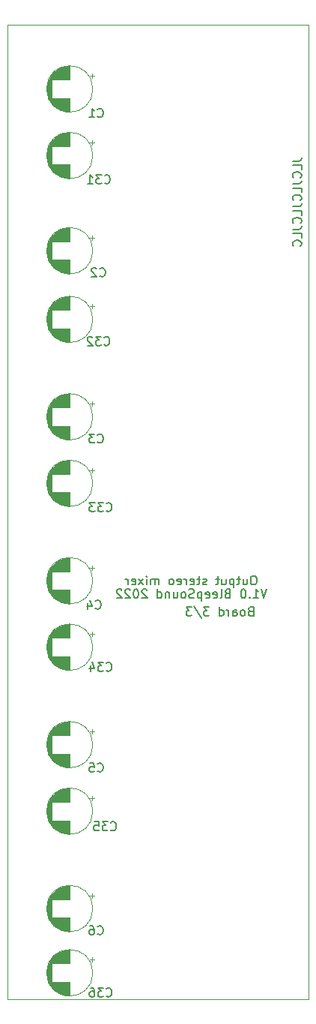
<source format=gbo>
G04 #@! TF.GenerationSoftware,KiCad,Pcbnew,(6.0.1)*
G04 #@! TF.CreationDate,2022-09-12T17:15:24+02:00*
G04 #@! TF.ProjectId,Output-mixer,4f757470-7574-42d6-9d69-7865722e6b69,rev?*
G04 #@! TF.SameCoordinates,Original*
G04 #@! TF.FileFunction,Legend,Bot*
G04 #@! TF.FilePolarity,Positive*
%FSLAX46Y46*%
G04 Gerber Fmt 4.6, Leading zero omitted, Abs format (unit mm)*
G04 Created by KiCad (PCBNEW (6.0.1)) date 2022-09-12 17:15:24*
%MOMM*%
%LPD*%
G01*
G04 APERTURE LIST*
G04 #@! TA.AperFunction,Profile*
%ADD10C,0.050000*%
G04 #@! TD*
%ADD11C,0.150000*%
%ADD12C,0.120000*%
%ADD13C,1.600000*%
%ADD14O,1.600000X1.600000*%
%ADD15R,1.700000X1.700000*%
%ADD16O,1.700000X1.700000*%
%ADD17R,1.600000X1.600000*%
G04 APERTURE END LIST*
D10*
X104175000Y-39325000D02*
X138175000Y-39325000D01*
X138175000Y-149325000D02*
X104175000Y-149325000D01*
X104175000Y-39325000D02*
X104175000Y-149325000D01*
X138175000Y-39325000D02*
X138175000Y-149325000D01*
D11*
X133472619Y-103027380D02*
X133139285Y-104027380D01*
X132805952Y-103027380D01*
X131948809Y-104027380D02*
X132520238Y-104027380D01*
X132234523Y-104027380D02*
X132234523Y-103027380D01*
X132329761Y-103170238D01*
X132425000Y-103265476D01*
X132520238Y-103313095D01*
X131520238Y-103932142D02*
X131472619Y-103979761D01*
X131520238Y-104027380D01*
X131567857Y-103979761D01*
X131520238Y-103932142D01*
X131520238Y-104027380D01*
X130853571Y-103027380D02*
X130758333Y-103027380D01*
X130663095Y-103075000D01*
X130615476Y-103122619D01*
X130567857Y-103217857D01*
X130520238Y-103408333D01*
X130520238Y-103646428D01*
X130567857Y-103836904D01*
X130615476Y-103932142D01*
X130663095Y-103979761D01*
X130758333Y-104027380D01*
X130853571Y-104027380D01*
X130948809Y-103979761D01*
X130996428Y-103932142D01*
X131044047Y-103836904D01*
X131091666Y-103646428D01*
X131091666Y-103408333D01*
X131044047Y-103217857D01*
X130996428Y-103122619D01*
X130948809Y-103075000D01*
X130853571Y-103027380D01*
X128996428Y-103503571D02*
X128853571Y-103551190D01*
X128805952Y-103598809D01*
X128758333Y-103694047D01*
X128758333Y-103836904D01*
X128805952Y-103932142D01*
X128853571Y-103979761D01*
X128948809Y-104027380D01*
X129329761Y-104027380D01*
X129329761Y-103027380D01*
X128996428Y-103027380D01*
X128901190Y-103075000D01*
X128853571Y-103122619D01*
X128805952Y-103217857D01*
X128805952Y-103313095D01*
X128853571Y-103408333D01*
X128901190Y-103455952D01*
X128996428Y-103503571D01*
X129329761Y-103503571D01*
X128186904Y-104027380D02*
X128282142Y-103979761D01*
X128329761Y-103884523D01*
X128329761Y-103027380D01*
X127425000Y-103979761D02*
X127520238Y-104027380D01*
X127710714Y-104027380D01*
X127805952Y-103979761D01*
X127853571Y-103884523D01*
X127853571Y-103503571D01*
X127805952Y-103408333D01*
X127710714Y-103360714D01*
X127520238Y-103360714D01*
X127425000Y-103408333D01*
X127377380Y-103503571D01*
X127377380Y-103598809D01*
X127853571Y-103694047D01*
X126567857Y-103979761D02*
X126663095Y-104027380D01*
X126853571Y-104027380D01*
X126948809Y-103979761D01*
X126996428Y-103884523D01*
X126996428Y-103503571D01*
X126948809Y-103408333D01*
X126853571Y-103360714D01*
X126663095Y-103360714D01*
X126567857Y-103408333D01*
X126520238Y-103503571D01*
X126520238Y-103598809D01*
X126996428Y-103694047D01*
X126091666Y-103360714D02*
X126091666Y-104360714D01*
X126091666Y-103408333D02*
X125996428Y-103360714D01*
X125805952Y-103360714D01*
X125710714Y-103408333D01*
X125663095Y-103455952D01*
X125615476Y-103551190D01*
X125615476Y-103836904D01*
X125663095Y-103932142D01*
X125710714Y-103979761D01*
X125805952Y-104027380D01*
X125996428Y-104027380D01*
X126091666Y-103979761D01*
X125234523Y-103979761D02*
X125091666Y-104027380D01*
X124853571Y-104027380D01*
X124758333Y-103979761D01*
X124710714Y-103932142D01*
X124663095Y-103836904D01*
X124663095Y-103741666D01*
X124710714Y-103646428D01*
X124758333Y-103598809D01*
X124853571Y-103551190D01*
X125044047Y-103503571D01*
X125139285Y-103455952D01*
X125186904Y-103408333D01*
X125234523Y-103313095D01*
X125234523Y-103217857D01*
X125186904Y-103122619D01*
X125139285Y-103075000D01*
X125044047Y-103027380D01*
X124805952Y-103027380D01*
X124663095Y-103075000D01*
X124091666Y-104027380D02*
X124186904Y-103979761D01*
X124234523Y-103932142D01*
X124282142Y-103836904D01*
X124282142Y-103551190D01*
X124234523Y-103455952D01*
X124186904Y-103408333D01*
X124091666Y-103360714D01*
X123948809Y-103360714D01*
X123853571Y-103408333D01*
X123805952Y-103455952D01*
X123758333Y-103551190D01*
X123758333Y-103836904D01*
X123805952Y-103932142D01*
X123853571Y-103979761D01*
X123948809Y-104027380D01*
X124091666Y-104027380D01*
X122901190Y-103360714D02*
X122901190Y-104027380D01*
X123329761Y-103360714D02*
X123329761Y-103884523D01*
X123282142Y-103979761D01*
X123186904Y-104027380D01*
X123044047Y-104027380D01*
X122948809Y-103979761D01*
X122901190Y-103932142D01*
X122425000Y-103360714D02*
X122425000Y-104027380D01*
X122425000Y-103455952D02*
X122377380Y-103408333D01*
X122282142Y-103360714D01*
X122139285Y-103360714D01*
X122044047Y-103408333D01*
X121996428Y-103503571D01*
X121996428Y-104027380D01*
X121091666Y-104027380D02*
X121091666Y-103027380D01*
X121091666Y-103979761D02*
X121186904Y-104027380D01*
X121377380Y-104027380D01*
X121472619Y-103979761D01*
X121520238Y-103932142D01*
X121567857Y-103836904D01*
X121567857Y-103551190D01*
X121520238Y-103455952D01*
X121472619Y-103408333D01*
X121377380Y-103360714D01*
X121186904Y-103360714D01*
X121091666Y-103408333D01*
X119901190Y-103122619D02*
X119853571Y-103075000D01*
X119758333Y-103027380D01*
X119520238Y-103027380D01*
X119425000Y-103075000D01*
X119377380Y-103122619D01*
X119329761Y-103217857D01*
X119329761Y-103313095D01*
X119377380Y-103455952D01*
X119948809Y-104027380D01*
X119329761Y-104027380D01*
X118710714Y-103027380D02*
X118615476Y-103027380D01*
X118520238Y-103075000D01*
X118472619Y-103122619D01*
X118425000Y-103217857D01*
X118377380Y-103408333D01*
X118377380Y-103646428D01*
X118425000Y-103836904D01*
X118472619Y-103932142D01*
X118520238Y-103979761D01*
X118615476Y-104027380D01*
X118710714Y-104027380D01*
X118805952Y-103979761D01*
X118853571Y-103932142D01*
X118901190Y-103836904D01*
X118948809Y-103646428D01*
X118948809Y-103408333D01*
X118901190Y-103217857D01*
X118853571Y-103122619D01*
X118805952Y-103075000D01*
X118710714Y-103027380D01*
X117996428Y-103122619D02*
X117948809Y-103075000D01*
X117853571Y-103027380D01*
X117615476Y-103027380D01*
X117520238Y-103075000D01*
X117472619Y-103122619D01*
X117425000Y-103217857D01*
X117425000Y-103313095D01*
X117472619Y-103455952D01*
X118044047Y-104027380D01*
X117425000Y-104027380D01*
X117044047Y-103122619D02*
X116996428Y-103075000D01*
X116901190Y-103027380D01*
X116663095Y-103027380D01*
X116567857Y-103075000D01*
X116520238Y-103122619D01*
X116472619Y-103217857D01*
X116472619Y-103313095D01*
X116520238Y-103455952D01*
X117091666Y-104027380D01*
X116472619Y-104027380D01*
X136377380Y-54705952D02*
X137091666Y-54705952D01*
X137234523Y-54658333D01*
X137329761Y-54563095D01*
X137377380Y-54420238D01*
X137377380Y-54325000D01*
X137377380Y-55658333D02*
X137377380Y-55182142D01*
X136377380Y-55182142D01*
X137282142Y-56563095D02*
X137329761Y-56515476D01*
X137377380Y-56372619D01*
X137377380Y-56277380D01*
X137329761Y-56134523D01*
X137234523Y-56039285D01*
X137139285Y-55991666D01*
X136948809Y-55944047D01*
X136805952Y-55944047D01*
X136615476Y-55991666D01*
X136520238Y-56039285D01*
X136425000Y-56134523D01*
X136377380Y-56277380D01*
X136377380Y-56372619D01*
X136425000Y-56515476D01*
X136472619Y-56563095D01*
X136377380Y-57277380D02*
X137091666Y-57277380D01*
X137234523Y-57229761D01*
X137329761Y-57134523D01*
X137377380Y-56991666D01*
X137377380Y-56896428D01*
X137377380Y-58229761D02*
X137377380Y-57753571D01*
X136377380Y-57753571D01*
X137282142Y-59134523D02*
X137329761Y-59086904D01*
X137377380Y-58944047D01*
X137377380Y-58848809D01*
X137329761Y-58705952D01*
X137234523Y-58610714D01*
X137139285Y-58563095D01*
X136948809Y-58515476D01*
X136805952Y-58515476D01*
X136615476Y-58563095D01*
X136520238Y-58610714D01*
X136425000Y-58705952D01*
X136377380Y-58848809D01*
X136377380Y-58944047D01*
X136425000Y-59086904D01*
X136472619Y-59134523D01*
X136377380Y-59848809D02*
X137091666Y-59848809D01*
X137234523Y-59801190D01*
X137329761Y-59705952D01*
X137377380Y-59563095D01*
X137377380Y-59467857D01*
X137377380Y-60801190D02*
X137377380Y-60325000D01*
X136377380Y-60325000D01*
X137282142Y-61705952D02*
X137329761Y-61658333D01*
X137377380Y-61515476D01*
X137377380Y-61420238D01*
X137329761Y-61277380D01*
X137234523Y-61182142D01*
X137139285Y-61134523D01*
X136948809Y-61086904D01*
X136805952Y-61086904D01*
X136615476Y-61134523D01*
X136520238Y-61182142D01*
X136425000Y-61277380D01*
X136377380Y-61420238D01*
X136377380Y-61515476D01*
X136425000Y-61658333D01*
X136472619Y-61705952D01*
X136377380Y-62420238D02*
X137091666Y-62420238D01*
X137234523Y-62372619D01*
X137329761Y-62277380D01*
X137377380Y-62134523D01*
X137377380Y-62039285D01*
X137377380Y-63372619D02*
X137377380Y-62896428D01*
X136377380Y-62896428D01*
X137282142Y-64277380D02*
X137329761Y-64229761D01*
X137377380Y-64086904D01*
X137377380Y-63991666D01*
X137329761Y-63848809D01*
X137234523Y-63753571D01*
X137139285Y-63705952D01*
X136948809Y-63658333D01*
X136805952Y-63658333D01*
X136615476Y-63705952D01*
X136520238Y-63753571D01*
X136425000Y-63848809D01*
X136377380Y-63991666D01*
X136377380Y-64086904D01*
X136425000Y-64229761D01*
X136472619Y-64277380D01*
X132067857Y-101527380D02*
X131877380Y-101527380D01*
X131782142Y-101575000D01*
X131686904Y-101670238D01*
X131639285Y-101860714D01*
X131639285Y-102194047D01*
X131686904Y-102384523D01*
X131782142Y-102479761D01*
X131877380Y-102527380D01*
X132067857Y-102527380D01*
X132163095Y-102479761D01*
X132258333Y-102384523D01*
X132305952Y-102194047D01*
X132305952Y-101860714D01*
X132258333Y-101670238D01*
X132163095Y-101575000D01*
X132067857Y-101527380D01*
X130782142Y-101860714D02*
X130782142Y-102527380D01*
X131210714Y-101860714D02*
X131210714Y-102384523D01*
X131163095Y-102479761D01*
X131067857Y-102527380D01*
X130925000Y-102527380D01*
X130829761Y-102479761D01*
X130782142Y-102432142D01*
X130448809Y-101860714D02*
X130067857Y-101860714D01*
X130305952Y-101527380D02*
X130305952Y-102384523D01*
X130258333Y-102479761D01*
X130163095Y-102527380D01*
X130067857Y-102527380D01*
X129734523Y-101860714D02*
X129734523Y-102860714D01*
X129734523Y-101908333D02*
X129639285Y-101860714D01*
X129448809Y-101860714D01*
X129353571Y-101908333D01*
X129305952Y-101955952D01*
X129258333Y-102051190D01*
X129258333Y-102336904D01*
X129305952Y-102432142D01*
X129353571Y-102479761D01*
X129448809Y-102527380D01*
X129639285Y-102527380D01*
X129734523Y-102479761D01*
X128401190Y-101860714D02*
X128401190Y-102527380D01*
X128829761Y-101860714D02*
X128829761Y-102384523D01*
X128782142Y-102479761D01*
X128686904Y-102527380D01*
X128544047Y-102527380D01*
X128448809Y-102479761D01*
X128401190Y-102432142D01*
X128067857Y-101860714D02*
X127686904Y-101860714D01*
X127925000Y-101527380D02*
X127925000Y-102384523D01*
X127877380Y-102479761D01*
X127782142Y-102527380D01*
X127686904Y-102527380D01*
X126639285Y-102479761D02*
X126544047Y-102527380D01*
X126353571Y-102527380D01*
X126258333Y-102479761D01*
X126210714Y-102384523D01*
X126210714Y-102336904D01*
X126258333Y-102241666D01*
X126353571Y-102194047D01*
X126496428Y-102194047D01*
X126591666Y-102146428D01*
X126639285Y-102051190D01*
X126639285Y-102003571D01*
X126591666Y-101908333D01*
X126496428Y-101860714D01*
X126353571Y-101860714D01*
X126258333Y-101908333D01*
X125925000Y-101860714D02*
X125544047Y-101860714D01*
X125782142Y-101527380D02*
X125782142Y-102384523D01*
X125734523Y-102479761D01*
X125639285Y-102527380D01*
X125544047Y-102527380D01*
X124829761Y-102479761D02*
X124925000Y-102527380D01*
X125115476Y-102527380D01*
X125210714Y-102479761D01*
X125258333Y-102384523D01*
X125258333Y-102003571D01*
X125210714Y-101908333D01*
X125115476Y-101860714D01*
X124925000Y-101860714D01*
X124829761Y-101908333D01*
X124782142Y-102003571D01*
X124782142Y-102098809D01*
X125258333Y-102194047D01*
X124353571Y-102527380D02*
X124353571Y-101860714D01*
X124353571Y-102051190D02*
X124305952Y-101955952D01*
X124258333Y-101908333D01*
X124163095Y-101860714D01*
X124067857Y-101860714D01*
X123353571Y-102479761D02*
X123448809Y-102527380D01*
X123639285Y-102527380D01*
X123734523Y-102479761D01*
X123782142Y-102384523D01*
X123782142Y-102003571D01*
X123734523Y-101908333D01*
X123639285Y-101860714D01*
X123448809Y-101860714D01*
X123353571Y-101908333D01*
X123305952Y-102003571D01*
X123305952Y-102098809D01*
X123782142Y-102194047D01*
X122734523Y-102527380D02*
X122829761Y-102479761D01*
X122877380Y-102432142D01*
X122925000Y-102336904D01*
X122925000Y-102051190D01*
X122877380Y-101955952D01*
X122829761Y-101908333D01*
X122734523Y-101860714D01*
X122591666Y-101860714D01*
X122496428Y-101908333D01*
X122448809Y-101955952D01*
X122401190Y-102051190D01*
X122401190Y-102336904D01*
X122448809Y-102432142D01*
X122496428Y-102479761D01*
X122591666Y-102527380D01*
X122734523Y-102527380D01*
X121210714Y-102527380D02*
X121210714Y-101860714D01*
X121210714Y-101955952D02*
X121163095Y-101908333D01*
X121067857Y-101860714D01*
X120925000Y-101860714D01*
X120829761Y-101908333D01*
X120782142Y-102003571D01*
X120782142Y-102527380D01*
X120782142Y-102003571D02*
X120734523Y-101908333D01*
X120639285Y-101860714D01*
X120496428Y-101860714D01*
X120401190Y-101908333D01*
X120353571Y-102003571D01*
X120353571Y-102527380D01*
X119877380Y-102527380D02*
X119877380Y-101860714D01*
X119877380Y-101527380D02*
X119925000Y-101575000D01*
X119877380Y-101622619D01*
X119829761Y-101575000D01*
X119877380Y-101527380D01*
X119877380Y-101622619D01*
X119496428Y-102527380D02*
X118972619Y-101860714D01*
X119496428Y-101860714D02*
X118972619Y-102527380D01*
X118210714Y-102479761D02*
X118305952Y-102527380D01*
X118496428Y-102527380D01*
X118591666Y-102479761D01*
X118639285Y-102384523D01*
X118639285Y-102003571D01*
X118591666Y-101908333D01*
X118496428Y-101860714D01*
X118305952Y-101860714D01*
X118210714Y-101908333D01*
X118163095Y-102003571D01*
X118163095Y-102098809D01*
X118639285Y-102194047D01*
X117734523Y-102527380D02*
X117734523Y-101860714D01*
X117734523Y-102051190D02*
X117686904Y-101955952D01*
X117639285Y-101908333D01*
X117544047Y-101860714D01*
X117448809Y-101860714D01*
X131627380Y-105503571D02*
X131484523Y-105551190D01*
X131436904Y-105598809D01*
X131389285Y-105694047D01*
X131389285Y-105836904D01*
X131436904Y-105932142D01*
X131484523Y-105979761D01*
X131579761Y-106027380D01*
X131960714Y-106027380D01*
X131960714Y-105027380D01*
X131627380Y-105027380D01*
X131532142Y-105075000D01*
X131484523Y-105122619D01*
X131436904Y-105217857D01*
X131436904Y-105313095D01*
X131484523Y-105408333D01*
X131532142Y-105455952D01*
X131627380Y-105503571D01*
X131960714Y-105503571D01*
X130817857Y-106027380D02*
X130913095Y-105979761D01*
X130960714Y-105932142D01*
X131008333Y-105836904D01*
X131008333Y-105551190D01*
X130960714Y-105455952D01*
X130913095Y-105408333D01*
X130817857Y-105360714D01*
X130675000Y-105360714D01*
X130579761Y-105408333D01*
X130532142Y-105455952D01*
X130484523Y-105551190D01*
X130484523Y-105836904D01*
X130532142Y-105932142D01*
X130579761Y-105979761D01*
X130675000Y-106027380D01*
X130817857Y-106027380D01*
X129627380Y-106027380D02*
X129627380Y-105503571D01*
X129675000Y-105408333D01*
X129770238Y-105360714D01*
X129960714Y-105360714D01*
X130055952Y-105408333D01*
X129627380Y-105979761D02*
X129722619Y-106027380D01*
X129960714Y-106027380D01*
X130055952Y-105979761D01*
X130103571Y-105884523D01*
X130103571Y-105789285D01*
X130055952Y-105694047D01*
X129960714Y-105646428D01*
X129722619Y-105646428D01*
X129627380Y-105598809D01*
X129151190Y-106027380D02*
X129151190Y-105360714D01*
X129151190Y-105551190D02*
X129103571Y-105455952D01*
X129055952Y-105408333D01*
X128960714Y-105360714D01*
X128865476Y-105360714D01*
X128103571Y-106027380D02*
X128103571Y-105027380D01*
X128103571Y-105979761D02*
X128198809Y-106027380D01*
X128389285Y-106027380D01*
X128484523Y-105979761D01*
X128532142Y-105932142D01*
X128579761Y-105836904D01*
X128579761Y-105551190D01*
X128532142Y-105455952D01*
X128484523Y-105408333D01*
X128389285Y-105360714D01*
X128198809Y-105360714D01*
X128103571Y-105408333D01*
X126960714Y-105027380D02*
X126341666Y-105027380D01*
X126675000Y-105408333D01*
X126532142Y-105408333D01*
X126436904Y-105455952D01*
X126389285Y-105503571D01*
X126341666Y-105598809D01*
X126341666Y-105836904D01*
X126389285Y-105932142D01*
X126436904Y-105979761D01*
X126532142Y-106027380D01*
X126817857Y-106027380D01*
X126913095Y-105979761D01*
X126960714Y-105932142D01*
X125198809Y-104979761D02*
X126055952Y-106265476D01*
X124960714Y-105027380D02*
X124341666Y-105027380D01*
X124675000Y-105408333D01*
X124532142Y-105408333D01*
X124436904Y-105455952D01*
X124389285Y-105503571D01*
X124341666Y-105598809D01*
X124341666Y-105836904D01*
X124389285Y-105932142D01*
X124436904Y-105979761D01*
X124532142Y-106027380D01*
X124817857Y-106027380D01*
X124913095Y-105979761D01*
X124960714Y-105932142D01*
X115317857Y-112182142D02*
X115365476Y-112229761D01*
X115508333Y-112277380D01*
X115603571Y-112277380D01*
X115746428Y-112229761D01*
X115841666Y-112134523D01*
X115889285Y-112039285D01*
X115936904Y-111848809D01*
X115936904Y-111705952D01*
X115889285Y-111515476D01*
X115841666Y-111420238D01*
X115746428Y-111325000D01*
X115603571Y-111277380D01*
X115508333Y-111277380D01*
X115365476Y-111325000D01*
X115317857Y-111372619D01*
X114984523Y-111277380D02*
X114365476Y-111277380D01*
X114698809Y-111658333D01*
X114555952Y-111658333D01*
X114460714Y-111705952D01*
X114413095Y-111753571D01*
X114365476Y-111848809D01*
X114365476Y-112086904D01*
X114413095Y-112182142D01*
X114460714Y-112229761D01*
X114555952Y-112277380D01*
X114841666Y-112277380D01*
X114936904Y-112229761D01*
X114984523Y-112182142D01*
X113508333Y-111610714D02*
X113508333Y-112277380D01*
X113746428Y-111229761D02*
X113984523Y-111944047D01*
X113365476Y-111944047D01*
X114091666Y-105182142D02*
X114139285Y-105229761D01*
X114282142Y-105277380D01*
X114377380Y-105277380D01*
X114520238Y-105229761D01*
X114615476Y-105134523D01*
X114663095Y-105039285D01*
X114710714Y-104848809D01*
X114710714Y-104705952D01*
X114663095Y-104515476D01*
X114615476Y-104420238D01*
X114520238Y-104325000D01*
X114377380Y-104277380D01*
X114282142Y-104277380D01*
X114139285Y-104325000D01*
X114091666Y-104372619D01*
X113234523Y-104610714D02*
X113234523Y-105277380D01*
X113472619Y-104229761D02*
X113710714Y-104944047D01*
X113091666Y-104944047D01*
X114341666Y-141932142D02*
X114389285Y-141979761D01*
X114532142Y-142027380D01*
X114627380Y-142027380D01*
X114770238Y-141979761D01*
X114865476Y-141884523D01*
X114913095Y-141789285D01*
X114960714Y-141598809D01*
X114960714Y-141455952D01*
X114913095Y-141265476D01*
X114865476Y-141170238D01*
X114770238Y-141075000D01*
X114627380Y-141027380D01*
X114532142Y-141027380D01*
X114389285Y-141075000D01*
X114341666Y-141122619D01*
X113484523Y-141027380D02*
X113675000Y-141027380D01*
X113770238Y-141075000D01*
X113817857Y-141122619D01*
X113913095Y-141265476D01*
X113960714Y-141455952D01*
X113960714Y-141836904D01*
X113913095Y-141932142D01*
X113865476Y-141979761D01*
X113770238Y-142027380D01*
X113579761Y-142027380D01*
X113484523Y-141979761D01*
X113436904Y-141932142D01*
X113389285Y-141836904D01*
X113389285Y-141598809D01*
X113436904Y-141503571D01*
X113484523Y-141455952D01*
X113579761Y-141408333D01*
X113770238Y-141408333D01*
X113865476Y-141455952D01*
X113913095Y-141503571D01*
X113960714Y-141598809D01*
X115317857Y-94182142D02*
X115365476Y-94229761D01*
X115508333Y-94277380D01*
X115603571Y-94277380D01*
X115746428Y-94229761D01*
X115841666Y-94134523D01*
X115889285Y-94039285D01*
X115936904Y-93848809D01*
X115936904Y-93705952D01*
X115889285Y-93515476D01*
X115841666Y-93420238D01*
X115746428Y-93325000D01*
X115603571Y-93277380D01*
X115508333Y-93277380D01*
X115365476Y-93325000D01*
X115317857Y-93372619D01*
X114984523Y-93277380D02*
X114365476Y-93277380D01*
X114698809Y-93658333D01*
X114555952Y-93658333D01*
X114460714Y-93705952D01*
X114413095Y-93753571D01*
X114365476Y-93848809D01*
X114365476Y-94086904D01*
X114413095Y-94182142D01*
X114460714Y-94229761D01*
X114555952Y-94277380D01*
X114841666Y-94277380D01*
X114936904Y-94229761D01*
X114984523Y-94182142D01*
X114032142Y-93277380D02*
X113413095Y-93277380D01*
X113746428Y-93658333D01*
X113603571Y-93658333D01*
X113508333Y-93705952D01*
X113460714Y-93753571D01*
X113413095Y-93848809D01*
X113413095Y-94086904D01*
X113460714Y-94182142D01*
X113508333Y-94229761D01*
X113603571Y-94277380D01*
X113889285Y-94277380D01*
X113984523Y-94229761D01*
X114032142Y-94182142D01*
X114341666Y-123552142D02*
X114389285Y-123599761D01*
X114532142Y-123647380D01*
X114627380Y-123647380D01*
X114770238Y-123599761D01*
X114865476Y-123504523D01*
X114913095Y-123409285D01*
X114960714Y-123218809D01*
X114960714Y-123075952D01*
X114913095Y-122885476D01*
X114865476Y-122790238D01*
X114770238Y-122695000D01*
X114627380Y-122647380D01*
X114532142Y-122647380D01*
X114389285Y-122695000D01*
X114341666Y-122742619D01*
X113436904Y-122647380D02*
X113913095Y-122647380D01*
X113960714Y-123123571D01*
X113913095Y-123075952D01*
X113817857Y-123028333D01*
X113579761Y-123028333D01*
X113484523Y-123075952D01*
X113436904Y-123123571D01*
X113389285Y-123218809D01*
X113389285Y-123456904D01*
X113436904Y-123552142D01*
X113484523Y-123599761D01*
X113579761Y-123647380D01*
X113817857Y-123647380D01*
X113913095Y-123599761D01*
X113960714Y-123552142D01*
X115817857Y-130182142D02*
X115865476Y-130229761D01*
X116008333Y-130277380D01*
X116103571Y-130277380D01*
X116246428Y-130229761D01*
X116341666Y-130134523D01*
X116389285Y-130039285D01*
X116436904Y-129848809D01*
X116436904Y-129705952D01*
X116389285Y-129515476D01*
X116341666Y-129420238D01*
X116246428Y-129325000D01*
X116103571Y-129277380D01*
X116008333Y-129277380D01*
X115865476Y-129325000D01*
X115817857Y-129372619D01*
X115484523Y-129277380D02*
X114865476Y-129277380D01*
X115198809Y-129658333D01*
X115055952Y-129658333D01*
X114960714Y-129705952D01*
X114913095Y-129753571D01*
X114865476Y-129848809D01*
X114865476Y-130086904D01*
X114913095Y-130182142D01*
X114960714Y-130229761D01*
X115055952Y-130277380D01*
X115341666Y-130277380D01*
X115436904Y-130229761D01*
X115484523Y-130182142D01*
X113960714Y-129277380D02*
X114436904Y-129277380D01*
X114484523Y-129753571D01*
X114436904Y-129705952D01*
X114341666Y-129658333D01*
X114103571Y-129658333D01*
X114008333Y-129705952D01*
X113960714Y-129753571D01*
X113913095Y-129848809D01*
X113913095Y-130086904D01*
X113960714Y-130182142D01*
X114008333Y-130229761D01*
X114103571Y-130277380D01*
X114341666Y-130277380D01*
X114436904Y-130229761D01*
X114484523Y-130182142D01*
X114591666Y-67682142D02*
X114639285Y-67729761D01*
X114782142Y-67777380D01*
X114877380Y-67777380D01*
X115020238Y-67729761D01*
X115115476Y-67634523D01*
X115163095Y-67539285D01*
X115210714Y-67348809D01*
X115210714Y-67205952D01*
X115163095Y-67015476D01*
X115115476Y-66920238D01*
X115020238Y-66825000D01*
X114877380Y-66777380D01*
X114782142Y-66777380D01*
X114639285Y-66825000D01*
X114591666Y-66872619D01*
X114210714Y-66872619D02*
X114163095Y-66825000D01*
X114067857Y-66777380D01*
X113829761Y-66777380D01*
X113734523Y-66825000D01*
X113686904Y-66872619D01*
X113639285Y-66967857D01*
X113639285Y-67063095D01*
X113686904Y-67205952D01*
X114258333Y-67777380D01*
X113639285Y-67777380D01*
X115112744Y-57182142D02*
X115160363Y-57229761D01*
X115303220Y-57277380D01*
X115398458Y-57277380D01*
X115541315Y-57229761D01*
X115636553Y-57134523D01*
X115684172Y-57039285D01*
X115731791Y-56848809D01*
X115731791Y-56705952D01*
X115684172Y-56515476D01*
X115636553Y-56420238D01*
X115541315Y-56325000D01*
X115398458Y-56277380D01*
X115303220Y-56277380D01*
X115160363Y-56325000D01*
X115112744Y-56372619D01*
X114779410Y-56277380D02*
X114160363Y-56277380D01*
X114493696Y-56658333D01*
X114350839Y-56658333D01*
X114255601Y-56705952D01*
X114207982Y-56753571D01*
X114160363Y-56848809D01*
X114160363Y-57086904D01*
X114207982Y-57182142D01*
X114255601Y-57229761D01*
X114350839Y-57277380D01*
X114636553Y-57277380D01*
X114731791Y-57229761D01*
X114779410Y-57182142D01*
X113207982Y-57277380D02*
X113779410Y-57277380D01*
X113493696Y-57277380D02*
X113493696Y-56277380D01*
X113588934Y-56420238D01*
X113684172Y-56515476D01*
X113779410Y-56563095D01*
X115067857Y-75432142D02*
X115115476Y-75479761D01*
X115258333Y-75527380D01*
X115353571Y-75527380D01*
X115496428Y-75479761D01*
X115591666Y-75384523D01*
X115639285Y-75289285D01*
X115686904Y-75098809D01*
X115686904Y-74955952D01*
X115639285Y-74765476D01*
X115591666Y-74670238D01*
X115496428Y-74575000D01*
X115353571Y-74527380D01*
X115258333Y-74527380D01*
X115115476Y-74575000D01*
X115067857Y-74622619D01*
X114734523Y-74527380D02*
X114115476Y-74527380D01*
X114448809Y-74908333D01*
X114305952Y-74908333D01*
X114210714Y-74955952D01*
X114163095Y-75003571D01*
X114115476Y-75098809D01*
X114115476Y-75336904D01*
X114163095Y-75432142D01*
X114210714Y-75479761D01*
X114305952Y-75527380D01*
X114591666Y-75527380D01*
X114686904Y-75479761D01*
X114734523Y-75432142D01*
X113734523Y-74622619D02*
X113686904Y-74575000D01*
X113591666Y-74527380D01*
X113353571Y-74527380D01*
X113258333Y-74575000D01*
X113210714Y-74622619D01*
X113163095Y-74717857D01*
X113163095Y-74813095D01*
X113210714Y-74955952D01*
X113782142Y-75527380D01*
X113163095Y-75527380D01*
X114341666Y-49682142D02*
X114389285Y-49729761D01*
X114532142Y-49777380D01*
X114627380Y-49777380D01*
X114770238Y-49729761D01*
X114865476Y-49634523D01*
X114913095Y-49539285D01*
X114960714Y-49348809D01*
X114960714Y-49205952D01*
X114913095Y-49015476D01*
X114865476Y-48920238D01*
X114770238Y-48825000D01*
X114627380Y-48777380D01*
X114532142Y-48777380D01*
X114389285Y-48825000D01*
X114341666Y-48872619D01*
X113389285Y-49777380D02*
X113960714Y-49777380D01*
X113675000Y-49777380D02*
X113675000Y-48777380D01*
X113770238Y-48920238D01*
X113865476Y-49015476D01*
X113960714Y-49063095D01*
X114341666Y-86432142D02*
X114389285Y-86479761D01*
X114532142Y-86527380D01*
X114627380Y-86527380D01*
X114770238Y-86479761D01*
X114865476Y-86384523D01*
X114913095Y-86289285D01*
X114960714Y-86098809D01*
X114960714Y-85955952D01*
X114913095Y-85765476D01*
X114865476Y-85670238D01*
X114770238Y-85575000D01*
X114627380Y-85527380D01*
X114532142Y-85527380D01*
X114389285Y-85575000D01*
X114341666Y-85622619D01*
X114008333Y-85527380D02*
X113389285Y-85527380D01*
X113722619Y-85908333D01*
X113579761Y-85908333D01*
X113484523Y-85955952D01*
X113436904Y-86003571D01*
X113389285Y-86098809D01*
X113389285Y-86336904D01*
X113436904Y-86432142D01*
X113484523Y-86479761D01*
X113579761Y-86527380D01*
X113865476Y-86527380D01*
X113960714Y-86479761D01*
X114008333Y-86432142D01*
X115317857Y-148932142D02*
X115365476Y-148979761D01*
X115508333Y-149027380D01*
X115603571Y-149027380D01*
X115746428Y-148979761D01*
X115841666Y-148884523D01*
X115889285Y-148789285D01*
X115936904Y-148598809D01*
X115936904Y-148455952D01*
X115889285Y-148265476D01*
X115841666Y-148170238D01*
X115746428Y-148075000D01*
X115603571Y-148027380D01*
X115508333Y-148027380D01*
X115365476Y-148075000D01*
X115317857Y-148122619D01*
X114984523Y-148027380D02*
X114365476Y-148027380D01*
X114698809Y-148408333D01*
X114555952Y-148408333D01*
X114460714Y-148455952D01*
X114413095Y-148503571D01*
X114365476Y-148598809D01*
X114365476Y-148836904D01*
X114413095Y-148932142D01*
X114460714Y-148979761D01*
X114555952Y-149027380D01*
X114841666Y-149027380D01*
X114936904Y-148979761D01*
X114984523Y-148932142D01*
X113508333Y-148027380D02*
X113698809Y-148027380D01*
X113794047Y-148075000D01*
X113841666Y-148122619D01*
X113936904Y-148265476D01*
X113984523Y-148455952D01*
X113984523Y-148836904D01*
X113936904Y-148932142D01*
X113889285Y-148979761D01*
X113794047Y-149027380D01*
X113603571Y-149027380D01*
X113508333Y-148979761D01*
X113460714Y-148932142D01*
X113413095Y-148836904D01*
X113413095Y-148598809D01*
X113460714Y-148503571D01*
X113508333Y-148455952D01*
X113603571Y-148408333D01*
X113794047Y-148408333D01*
X113889285Y-148455952D01*
X113936904Y-148503571D01*
X113984523Y-148598809D01*
D12*
X110815000Y-107019000D02*
X110815000Y-108535000D01*
X110374000Y-110615000D02*
X110374000Y-112030000D01*
X111135000Y-106995000D02*
X111135000Y-108535000D01*
X110895000Y-110615000D02*
X110895000Y-112140000D01*
X108774000Y-108564000D02*
X108774000Y-110586000D01*
X110054000Y-110615000D02*
X110054000Y-111904000D01*
X110615000Y-107055000D02*
X110615000Y-108535000D01*
X110014000Y-110615000D02*
X110014000Y-111885000D01*
X109374000Y-110615000D02*
X109374000Y-111439000D01*
X110975000Y-110615000D02*
X110975000Y-112148000D01*
X111175000Y-110615000D02*
X111175000Y-112155000D01*
X113729775Y-107850000D02*
X113729775Y-108350000D01*
X109134000Y-107970000D02*
X109134000Y-111180000D01*
X110935000Y-110615000D02*
X110935000Y-112144000D01*
X110094000Y-110615000D02*
X110094000Y-111923000D01*
X111135000Y-110615000D02*
X111135000Y-112155000D01*
X110855000Y-107014000D02*
X110855000Y-108535000D01*
X110775000Y-107025000D02*
X110775000Y-108535000D01*
X109494000Y-110615000D02*
X109494000Y-111546000D01*
X110695000Y-107039000D02*
X110695000Y-108535000D01*
X109774000Y-110615000D02*
X109774000Y-111750000D01*
X110855000Y-110615000D02*
X110855000Y-112136000D01*
X109694000Y-107453000D02*
X109694000Y-108535000D01*
X109054000Y-108075000D02*
X109054000Y-111075000D01*
X109214000Y-107876000D02*
X109214000Y-108535000D01*
X110655000Y-107047000D02*
X110655000Y-108535000D01*
X108694000Y-108770000D02*
X108694000Y-110380000D01*
X110134000Y-107210000D02*
X110134000Y-108535000D01*
X111095000Y-110615000D02*
X111095000Y-112154000D01*
X108974000Y-108192000D02*
X108974000Y-110958000D01*
X110495000Y-107084000D02*
X110495000Y-108535000D01*
X110655000Y-110615000D02*
X110655000Y-112103000D01*
X110735000Y-110615000D02*
X110735000Y-112118000D01*
X108734000Y-108660000D02*
X108734000Y-110490000D01*
X110214000Y-107177000D02*
X110214000Y-108535000D01*
X109654000Y-110615000D02*
X109654000Y-111670000D01*
X109734000Y-110615000D02*
X109734000Y-111724000D01*
X109294000Y-110615000D02*
X109294000Y-111360000D01*
X110014000Y-107265000D02*
X110014000Y-108535000D01*
X111055000Y-106997000D02*
X111055000Y-108535000D01*
X109014000Y-108132000D02*
X109014000Y-111018000D01*
X109254000Y-107832000D02*
X109254000Y-108535000D01*
X110454000Y-107095000D02*
X110454000Y-108535000D01*
X109654000Y-107480000D02*
X109654000Y-108535000D01*
X109254000Y-110615000D02*
X109254000Y-111318000D01*
X111175000Y-106995000D02*
X111175000Y-108535000D01*
X110735000Y-107032000D02*
X110735000Y-108535000D01*
X110975000Y-107002000D02*
X110975000Y-108535000D01*
X113979775Y-108100000D02*
X113479775Y-108100000D01*
X109734000Y-107426000D02*
X109734000Y-108535000D01*
X110094000Y-107227000D02*
X110094000Y-108535000D01*
X110254000Y-107161000D02*
X110254000Y-108535000D01*
X109574000Y-107540000D02*
X109574000Y-108535000D01*
X109974000Y-110615000D02*
X109974000Y-111865000D01*
X109534000Y-110615000D02*
X109534000Y-111579000D01*
X109894000Y-107328000D02*
X109894000Y-108535000D01*
X109814000Y-107375000D02*
X109814000Y-108535000D01*
X110535000Y-107074000D02*
X110535000Y-108535000D01*
X109334000Y-107749000D02*
X109334000Y-108535000D01*
X110615000Y-110615000D02*
X110615000Y-112095000D01*
X108614000Y-109057000D02*
X108614000Y-110093000D01*
X109694000Y-110615000D02*
X109694000Y-111697000D01*
X110535000Y-110615000D02*
X110535000Y-112076000D01*
X109334000Y-110615000D02*
X109334000Y-111401000D01*
X110134000Y-110615000D02*
X110134000Y-111940000D01*
X109214000Y-110615000D02*
X109214000Y-111274000D01*
X109614000Y-110615000D02*
X109614000Y-111640000D01*
X110495000Y-110615000D02*
X110495000Y-112066000D01*
X109174000Y-107922000D02*
X109174000Y-108535000D01*
X110695000Y-110615000D02*
X110695000Y-112111000D01*
X109174000Y-110615000D02*
X109174000Y-111228000D01*
X109454000Y-107638000D02*
X109454000Y-108535000D01*
X109094000Y-108021000D02*
X109094000Y-111129000D01*
X109534000Y-107571000D02*
X109534000Y-108535000D01*
X110174000Y-110615000D02*
X110174000Y-111957000D01*
X110935000Y-107006000D02*
X110935000Y-108535000D01*
X109814000Y-110615000D02*
X109814000Y-111775000D01*
X109934000Y-107307000D02*
X109934000Y-108535000D01*
X110294000Y-110615000D02*
X110294000Y-112003000D01*
X110895000Y-107010000D02*
X110895000Y-108535000D01*
X109894000Y-110615000D02*
X109894000Y-111822000D01*
X110775000Y-110615000D02*
X110775000Y-112125000D01*
X109974000Y-107285000D02*
X109974000Y-108535000D01*
X109774000Y-107400000D02*
X109774000Y-108535000D01*
X109934000Y-110615000D02*
X109934000Y-111843000D01*
X109374000Y-107711000D02*
X109374000Y-108535000D01*
X110454000Y-110615000D02*
X110454000Y-112055000D01*
X111015000Y-106999000D02*
X111015000Y-108535000D01*
X110334000Y-110615000D02*
X110334000Y-112017000D01*
X111015000Y-110615000D02*
X111015000Y-112151000D01*
X110575000Y-107064000D02*
X110575000Y-108535000D01*
X109854000Y-110615000D02*
X109854000Y-111799000D01*
X109614000Y-107510000D02*
X109614000Y-108535000D01*
X110374000Y-107120000D02*
X110374000Y-108535000D01*
X110174000Y-107193000D02*
X110174000Y-108535000D01*
X110294000Y-107147000D02*
X110294000Y-108535000D01*
X109414000Y-107674000D02*
X109414000Y-108535000D01*
X108654000Y-108898000D02*
X108654000Y-110252000D01*
X111095000Y-106996000D02*
X111095000Y-108535000D01*
X108814000Y-108477000D02*
X108814000Y-110673000D01*
X108574000Y-109291000D02*
X108574000Y-109859000D01*
X110815000Y-110615000D02*
X110815000Y-112131000D01*
X110214000Y-110615000D02*
X110214000Y-111973000D01*
X110334000Y-107133000D02*
X110334000Y-108535000D01*
X110254000Y-110615000D02*
X110254000Y-111989000D01*
X108854000Y-108397000D02*
X108854000Y-110753000D01*
X108934000Y-108256000D02*
X108934000Y-110894000D01*
X108894000Y-108324000D02*
X108894000Y-110826000D01*
X109294000Y-107790000D02*
X109294000Y-108535000D01*
X110414000Y-107107000D02*
X110414000Y-108535000D01*
X110054000Y-107246000D02*
X110054000Y-108535000D01*
X109854000Y-107351000D02*
X109854000Y-108535000D01*
X109454000Y-110615000D02*
X109454000Y-111512000D01*
X109494000Y-107604000D02*
X109494000Y-108535000D01*
X110414000Y-110615000D02*
X110414000Y-112043000D01*
X110575000Y-110615000D02*
X110575000Y-112086000D01*
X109574000Y-110615000D02*
X109574000Y-111610000D01*
X111055000Y-110615000D02*
X111055000Y-112153000D01*
X109414000Y-110615000D02*
X109414000Y-111476000D01*
X113795000Y-109575000D02*
G75*
G03*
X113795000Y-109575000I-2620000J0D01*
G01*
X111015000Y-99499000D02*
X111015000Y-101035000D01*
X110254000Y-103115000D02*
X110254000Y-104489000D01*
X110214000Y-99677000D02*
X110214000Y-101035000D01*
X110174000Y-103115000D02*
X110174000Y-104457000D01*
X110815000Y-99519000D02*
X110815000Y-101035000D01*
X109774000Y-103115000D02*
X109774000Y-104250000D01*
X110334000Y-103115000D02*
X110334000Y-104517000D01*
X110815000Y-103115000D02*
X110815000Y-104631000D01*
X110615000Y-99555000D02*
X110615000Y-101035000D01*
X108974000Y-100692000D02*
X108974000Y-103458000D01*
X110294000Y-103115000D02*
X110294000Y-104503000D01*
X109054000Y-100575000D02*
X109054000Y-103575000D01*
X109734000Y-99926000D02*
X109734000Y-101035000D01*
X111175000Y-103115000D02*
X111175000Y-104655000D01*
X110495000Y-99584000D02*
X110495000Y-101035000D01*
X110655000Y-103115000D02*
X110655000Y-104603000D01*
X109014000Y-100632000D02*
X109014000Y-103518000D01*
X109254000Y-103115000D02*
X109254000Y-103818000D01*
X110174000Y-99693000D02*
X110174000Y-101035000D01*
X109294000Y-103115000D02*
X109294000Y-103860000D01*
X108694000Y-101270000D02*
X108694000Y-102880000D01*
X110014000Y-99765000D02*
X110014000Y-101035000D01*
X110254000Y-99661000D02*
X110254000Y-101035000D01*
X110615000Y-103115000D02*
X110615000Y-104595000D01*
X110014000Y-103115000D02*
X110014000Y-104385000D01*
X110214000Y-103115000D02*
X110214000Y-104473000D01*
X110495000Y-103115000D02*
X110495000Y-104566000D01*
X109454000Y-103115000D02*
X109454000Y-104012000D01*
X108894000Y-100824000D02*
X108894000Y-103326000D01*
X109214000Y-100376000D02*
X109214000Y-101035000D01*
X109414000Y-100174000D02*
X109414000Y-101035000D01*
X109454000Y-100138000D02*
X109454000Y-101035000D01*
X110975000Y-99502000D02*
X110975000Y-101035000D01*
X109894000Y-103115000D02*
X109894000Y-104322000D01*
X109294000Y-100290000D02*
X109294000Y-101035000D01*
X109534000Y-100071000D02*
X109534000Y-101035000D01*
X109734000Y-103115000D02*
X109734000Y-104224000D01*
X110134000Y-99710000D02*
X110134000Y-101035000D01*
X108734000Y-101160000D02*
X108734000Y-102990000D01*
X109254000Y-100332000D02*
X109254000Y-101035000D01*
X110575000Y-99564000D02*
X110575000Y-101035000D01*
X111175000Y-99495000D02*
X111175000Y-101035000D01*
X110094000Y-99727000D02*
X110094000Y-101035000D01*
X111135000Y-103115000D02*
X111135000Y-104655000D01*
X109614000Y-100010000D02*
X109614000Y-101035000D01*
X110134000Y-103115000D02*
X110134000Y-104440000D01*
X111095000Y-99496000D02*
X111095000Y-101035000D01*
X110334000Y-99633000D02*
X110334000Y-101035000D01*
X109534000Y-103115000D02*
X109534000Y-104079000D01*
X110054000Y-103115000D02*
X110054000Y-104404000D01*
X109374000Y-103115000D02*
X109374000Y-103939000D01*
X110695000Y-103115000D02*
X110695000Y-104611000D01*
X109494000Y-103115000D02*
X109494000Y-104046000D01*
X110454000Y-99595000D02*
X110454000Y-101035000D01*
X109854000Y-99851000D02*
X109854000Y-101035000D01*
X110935000Y-103115000D02*
X110935000Y-104644000D01*
X111055000Y-99497000D02*
X111055000Y-101035000D01*
X109814000Y-99875000D02*
X109814000Y-101035000D01*
X109094000Y-100521000D02*
X109094000Y-103629000D01*
X108934000Y-100756000D02*
X108934000Y-103394000D01*
X109214000Y-103115000D02*
X109214000Y-103774000D01*
X108654000Y-101398000D02*
X108654000Y-102752000D01*
X109894000Y-99828000D02*
X109894000Y-101035000D01*
X110855000Y-103115000D02*
X110855000Y-104636000D01*
X109134000Y-100470000D02*
X109134000Y-103680000D01*
X109694000Y-103115000D02*
X109694000Y-104197000D01*
X108614000Y-101557000D02*
X108614000Y-102593000D01*
X110094000Y-103115000D02*
X110094000Y-104423000D01*
X108814000Y-100977000D02*
X108814000Y-103173000D01*
X110414000Y-99607000D02*
X110414000Y-101035000D01*
X110054000Y-99746000D02*
X110054000Y-101035000D01*
X109854000Y-103115000D02*
X109854000Y-104299000D01*
X109974000Y-103115000D02*
X109974000Y-104365000D01*
X111135000Y-99495000D02*
X111135000Y-101035000D01*
X109374000Y-100211000D02*
X109374000Y-101035000D01*
X111055000Y-103115000D02*
X111055000Y-104653000D01*
X110655000Y-99547000D02*
X110655000Y-101035000D01*
X110535000Y-103115000D02*
X110535000Y-104576000D01*
X110695000Y-99539000D02*
X110695000Y-101035000D01*
X109494000Y-100104000D02*
X109494000Y-101035000D01*
X109934000Y-103115000D02*
X109934000Y-104343000D01*
X109574000Y-100040000D02*
X109574000Y-101035000D01*
X110775000Y-99525000D02*
X110775000Y-101035000D01*
X110374000Y-99620000D02*
X110374000Y-101035000D01*
X108774000Y-101064000D02*
X108774000Y-103086000D01*
X110535000Y-99574000D02*
X110535000Y-101035000D01*
X109334000Y-103115000D02*
X109334000Y-103901000D01*
X109654000Y-103115000D02*
X109654000Y-104170000D01*
X108574000Y-101791000D02*
X108574000Y-102359000D01*
X109174000Y-100422000D02*
X109174000Y-101035000D01*
X110735000Y-103115000D02*
X110735000Y-104618000D01*
X109334000Y-100249000D02*
X109334000Y-101035000D01*
X110414000Y-103115000D02*
X110414000Y-104543000D01*
X111015000Y-103115000D02*
X111015000Y-104651000D01*
X110775000Y-103115000D02*
X110775000Y-104625000D01*
X109614000Y-103115000D02*
X109614000Y-104140000D01*
X109694000Y-99953000D02*
X109694000Y-101035000D01*
X109574000Y-103115000D02*
X109574000Y-104110000D01*
X110975000Y-103115000D02*
X110975000Y-104648000D01*
X110374000Y-103115000D02*
X110374000Y-104530000D01*
X108854000Y-100897000D02*
X108854000Y-103253000D01*
X111095000Y-103115000D02*
X111095000Y-104654000D01*
X109974000Y-99785000D02*
X109974000Y-101035000D01*
X110294000Y-99647000D02*
X110294000Y-101035000D01*
X110895000Y-99510000D02*
X110895000Y-101035000D01*
X110895000Y-103115000D02*
X110895000Y-104640000D01*
X109414000Y-103115000D02*
X109414000Y-103976000D01*
X110935000Y-99506000D02*
X110935000Y-101035000D01*
X109654000Y-99980000D02*
X109654000Y-101035000D01*
X110735000Y-99532000D02*
X110735000Y-101035000D01*
X110454000Y-103115000D02*
X110454000Y-104555000D01*
X110575000Y-103115000D02*
X110575000Y-104586000D01*
X109814000Y-103115000D02*
X109814000Y-104275000D01*
X113729775Y-100350000D02*
X113729775Y-100850000D01*
X110855000Y-99514000D02*
X110855000Y-101035000D01*
X109774000Y-99900000D02*
X109774000Y-101035000D01*
X113979775Y-100600000D02*
X113479775Y-100600000D01*
X109934000Y-99807000D02*
X109934000Y-101035000D01*
X109174000Y-103115000D02*
X109174000Y-103728000D01*
X113795000Y-102075000D02*
G75*
G03*
X113795000Y-102075000I-2620000J0D01*
G01*
X110615000Y-140115000D02*
X110615000Y-141595000D01*
X110855000Y-140115000D02*
X110855000Y-141636000D01*
X109494000Y-140115000D02*
X109494000Y-141046000D01*
X110414000Y-136607000D02*
X110414000Y-138035000D01*
X110815000Y-136519000D02*
X110815000Y-138035000D01*
X110895000Y-136510000D02*
X110895000Y-138035000D01*
X108974000Y-137692000D02*
X108974000Y-140458000D01*
X109414000Y-137174000D02*
X109414000Y-138035000D01*
X109574000Y-137040000D02*
X109574000Y-138035000D01*
X110134000Y-140115000D02*
X110134000Y-141440000D01*
X108934000Y-137756000D02*
X108934000Y-140394000D01*
X110535000Y-140115000D02*
X110535000Y-141576000D01*
X109694000Y-136953000D02*
X109694000Y-138035000D01*
X110655000Y-140115000D02*
X110655000Y-141603000D01*
X109614000Y-137010000D02*
X109614000Y-138035000D01*
X110414000Y-140115000D02*
X110414000Y-141543000D01*
X110334000Y-136633000D02*
X110334000Y-138035000D01*
X108574000Y-138791000D02*
X108574000Y-139359000D01*
X111015000Y-140115000D02*
X111015000Y-141651000D01*
X110054000Y-136746000D02*
X110054000Y-138035000D01*
X111095000Y-136496000D02*
X111095000Y-138035000D01*
X110495000Y-140115000D02*
X110495000Y-141566000D01*
X110735000Y-136532000D02*
X110735000Y-138035000D01*
X110134000Y-136710000D02*
X110134000Y-138035000D01*
X109694000Y-140115000D02*
X109694000Y-141197000D01*
X110174000Y-140115000D02*
X110174000Y-141457000D01*
X109374000Y-140115000D02*
X109374000Y-140939000D01*
X110655000Y-136547000D02*
X110655000Y-138035000D01*
X109014000Y-137632000D02*
X109014000Y-140518000D01*
X109854000Y-140115000D02*
X109854000Y-141299000D01*
X108774000Y-138064000D02*
X108774000Y-140086000D01*
X109814000Y-140115000D02*
X109814000Y-141275000D01*
X109174000Y-140115000D02*
X109174000Y-140728000D01*
X111135000Y-136495000D02*
X111135000Y-138035000D01*
X109534000Y-140115000D02*
X109534000Y-141079000D01*
X110615000Y-136555000D02*
X110615000Y-138035000D01*
X110815000Y-140115000D02*
X110815000Y-141631000D01*
X110975000Y-140115000D02*
X110975000Y-141648000D01*
X109374000Y-137211000D02*
X109374000Y-138035000D01*
X109214000Y-140115000D02*
X109214000Y-140774000D01*
X109934000Y-136807000D02*
X109934000Y-138035000D01*
X113729775Y-137350000D02*
X113729775Y-137850000D01*
X110294000Y-136647000D02*
X110294000Y-138035000D01*
X111055000Y-136497000D02*
X111055000Y-138035000D01*
X110495000Y-136584000D02*
X110495000Y-138035000D01*
X110454000Y-136595000D02*
X110454000Y-138035000D01*
X110735000Y-140115000D02*
X110735000Y-141618000D01*
X110935000Y-140115000D02*
X110935000Y-141644000D01*
X109294000Y-140115000D02*
X109294000Y-140860000D01*
X109294000Y-137290000D02*
X109294000Y-138035000D01*
X110535000Y-136574000D02*
X110535000Y-138035000D01*
X109414000Y-140115000D02*
X109414000Y-140976000D01*
X108814000Y-137977000D02*
X108814000Y-140173000D01*
X110214000Y-136677000D02*
X110214000Y-138035000D01*
X109734000Y-136926000D02*
X109734000Y-138035000D01*
X109454000Y-140115000D02*
X109454000Y-141012000D01*
X109134000Y-137470000D02*
X109134000Y-140680000D01*
X108614000Y-138557000D02*
X108614000Y-139593000D01*
X110895000Y-140115000D02*
X110895000Y-141640000D01*
X110254000Y-136661000D02*
X110254000Y-138035000D01*
X110014000Y-140115000D02*
X110014000Y-141385000D01*
X109494000Y-137104000D02*
X109494000Y-138035000D01*
X108694000Y-138270000D02*
X108694000Y-139880000D01*
X110174000Y-136693000D02*
X110174000Y-138035000D01*
X108854000Y-137897000D02*
X108854000Y-140253000D01*
X109254000Y-140115000D02*
X109254000Y-140818000D01*
X108654000Y-138398000D02*
X108654000Y-139752000D01*
X110334000Y-140115000D02*
X110334000Y-141517000D01*
X109854000Y-136851000D02*
X109854000Y-138035000D01*
X110454000Y-140115000D02*
X110454000Y-141555000D01*
X110695000Y-136539000D02*
X110695000Y-138035000D01*
X109734000Y-140115000D02*
X109734000Y-141224000D01*
X109614000Y-140115000D02*
X109614000Y-141140000D01*
X110094000Y-136727000D02*
X110094000Y-138035000D01*
X109534000Y-137071000D02*
X109534000Y-138035000D01*
X111175000Y-140115000D02*
X111175000Y-141655000D01*
X110054000Y-140115000D02*
X110054000Y-141404000D01*
X109934000Y-140115000D02*
X109934000Y-141343000D01*
X110014000Y-136765000D02*
X110014000Y-138035000D01*
X108734000Y-138160000D02*
X108734000Y-139990000D01*
X109654000Y-136980000D02*
X109654000Y-138035000D01*
X110374000Y-140115000D02*
X110374000Y-141530000D01*
X109254000Y-137332000D02*
X109254000Y-138035000D01*
X109774000Y-140115000D02*
X109774000Y-141250000D01*
X109974000Y-136785000D02*
X109974000Y-138035000D01*
X109454000Y-137138000D02*
X109454000Y-138035000D01*
X110975000Y-136502000D02*
X110975000Y-138035000D01*
X109574000Y-140115000D02*
X109574000Y-141110000D01*
X108894000Y-137824000D02*
X108894000Y-140326000D01*
X110254000Y-140115000D02*
X110254000Y-141489000D01*
X111015000Y-136499000D02*
X111015000Y-138035000D01*
X109174000Y-137422000D02*
X109174000Y-138035000D01*
X109814000Y-136875000D02*
X109814000Y-138035000D01*
X110374000Y-136620000D02*
X110374000Y-138035000D01*
X111135000Y-140115000D02*
X111135000Y-141655000D01*
X110775000Y-140115000D02*
X110775000Y-141625000D01*
X109094000Y-137521000D02*
X109094000Y-140629000D01*
X110294000Y-140115000D02*
X110294000Y-141503000D01*
X113979775Y-137600000D02*
X113479775Y-137600000D01*
X110935000Y-136506000D02*
X110935000Y-138035000D01*
X109054000Y-137575000D02*
X109054000Y-140575000D01*
X111095000Y-140115000D02*
X111095000Y-141654000D01*
X109214000Y-137376000D02*
X109214000Y-138035000D01*
X110214000Y-140115000D02*
X110214000Y-141473000D01*
X110855000Y-136514000D02*
X110855000Y-138035000D01*
X110695000Y-140115000D02*
X110695000Y-141611000D01*
X109334000Y-137249000D02*
X109334000Y-138035000D01*
X110575000Y-136564000D02*
X110575000Y-138035000D01*
X110094000Y-140115000D02*
X110094000Y-141423000D01*
X109974000Y-140115000D02*
X109974000Y-141365000D01*
X109894000Y-140115000D02*
X109894000Y-141322000D01*
X109654000Y-140115000D02*
X109654000Y-141170000D01*
X109334000Y-140115000D02*
X109334000Y-140901000D01*
X110575000Y-140115000D02*
X110575000Y-141586000D01*
X111055000Y-140115000D02*
X111055000Y-141653000D01*
X111175000Y-136495000D02*
X111175000Y-138035000D01*
X109894000Y-136828000D02*
X109894000Y-138035000D01*
X110775000Y-136525000D02*
X110775000Y-138035000D01*
X109774000Y-136900000D02*
X109774000Y-138035000D01*
X113795000Y-139075000D02*
G75*
G03*
X113795000Y-139075000I-2620000J0D01*
G01*
X109454000Y-92115000D02*
X109454000Y-93012000D01*
X108814000Y-89977000D02*
X108814000Y-92173000D01*
X110735000Y-92115000D02*
X110735000Y-93618000D01*
X109454000Y-89138000D02*
X109454000Y-90035000D01*
X109214000Y-89376000D02*
X109214000Y-90035000D01*
X109654000Y-88980000D02*
X109654000Y-90035000D01*
X110414000Y-92115000D02*
X110414000Y-93543000D01*
X109974000Y-92115000D02*
X109974000Y-93365000D01*
X110094000Y-92115000D02*
X110094000Y-93423000D01*
X109934000Y-88807000D02*
X109934000Y-90035000D01*
X110014000Y-92115000D02*
X110014000Y-93385000D01*
X109254000Y-92115000D02*
X109254000Y-92818000D01*
X110214000Y-88677000D02*
X110214000Y-90035000D01*
X111055000Y-92115000D02*
X111055000Y-93653000D01*
X110615000Y-92115000D02*
X110615000Y-93595000D01*
X110775000Y-88525000D02*
X110775000Y-90035000D01*
X111135000Y-88495000D02*
X111135000Y-90035000D01*
X109774000Y-88900000D02*
X109774000Y-90035000D01*
X109254000Y-89332000D02*
X109254000Y-90035000D01*
X109534000Y-89071000D02*
X109534000Y-90035000D01*
X111175000Y-92115000D02*
X111175000Y-93655000D01*
X109614000Y-89010000D02*
X109614000Y-90035000D01*
X108734000Y-90160000D02*
X108734000Y-91990000D01*
X113729775Y-89350000D02*
X113729775Y-89850000D01*
X110655000Y-92115000D02*
X110655000Y-93603000D01*
X109294000Y-89290000D02*
X109294000Y-90035000D01*
X111015000Y-88499000D02*
X111015000Y-90035000D01*
X110575000Y-92115000D02*
X110575000Y-93586000D01*
X108654000Y-90398000D02*
X108654000Y-91752000D01*
X109814000Y-88875000D02*
X109814000Y-90035000D01*
X109854000Y-92115000D02*
X109854000Y-93299000D01*
X108894000Y-89824000D02*
X108894000Y-92326000D01*
X110735000Y-88532000D02*
X110735000Y-90035000D01*
X108934000Y-89756000D02*
X108934000Y-92394000D01*
X110935000Y-92115000D02*
X110935000Y-93644000D01*
X110535000Y-88574000D02*
X110535000Y-90035000D01*
X109974000Y-88785000D02*
X109974000Y-90035000D01*
X108974000Y-89692000D02*
X108974000Y-92458000D01*
X109414000Y-89174000D02*
X109414000Y-90035000D01*
X110014000Y-88765000D02*
X110014000Y-90035000D01*
X109134000Y-89470000D02*
X109134000Y-92680000D01*
X109894000Y-88828000D02*
X109894000Y-90035000D01*
X109654000Y-92115000D02*
X109654000Y-93170000D01*
X110454000Y-88595000D02*
X110454000Y-90035000D01*
X109494000Y-92115000D02*
X109494000Y-93046000D01*
X110214000Y-92115000D02*
X110214000Y-93473000D01*
X109774000Y-92115000D02*
X109774000Y-93250000D01*
X108614000Y-90557000D02*
X108614000Y-91593000D01*
X109534000Y-92115000D02*
X109534000Y-93079000D01*
X109614000Y-92115000D02*
X109614000Y-93140000D01*
X109174000Y-92115000D02*
X109174000Y-92728000D01*
X110374000Y-88620000D02*
X110374000Y-90035000D01*
X110334000Y-88633000D02*
X110334000Y-90035000D01*
X108854000Y-89897000D02*
X108854000Y-92253000D01*
X110895000Y-92115000D02*
X110895000Y-93640000D01*
X110414000Y-88607000D02*
X110414000Y-90035000D01*
X110695000Y-88539000D02*
X110695000Y-90035000D01*
X110254000Y-88661000D02*
X110254000Y-90035000D01*
X110815000Y-92115000D02*
X110815000Y-93631000D01*
X109054000Y-89575000D02*
X109054000Y-92575000D01*
X110855000Y-88514000D02*
X110855000Y-90035000D01*
X109894000Y-92115000D02*
X109894000Y-93322000D01*
X110975000Y-92115000D02*
X110975000Y-93648000D01*
X110294000Y-92115000D02*
X110294000Y-93503000D01*
X109574000Y-89040000D02*
X109574000Y-90035000D01*
X109374000Y-89211000D02*
X109374000Y-90035000D01*
X109374000Y-92115000D02*
X109374000Y-92939000D01*
X109094000Y-89521000D02*
X109094000Y-92629000D01*
X110775000Y-92115000D02*
X110775000Y-93625000D01*
X110374000Y-92115000D02*
X110374000Y-93530000D01*
X109854000Y-88851000D02*
X109854000Y-90035000D01*
X110535000Y-92115000D02*
X110535000Y-93576000D01*
X109934000Y-92115000D02*
X109934000Y-93343000D01*
X108574000Y-90791000D02*
X108574000Y-91359000D01*
X109014000Y-89632000D02*
X109014000Y-92518000D01*
X109334000Y-89249000D02*
X109334000Y-90035000D01*
X111135000Y-92115000D02*
X111135000Y-93655000D01*
X108694000Y-90270000D02*
X108694000Y-91880000D01*
X113979775Y-89600000D02*
X113479775Y-89600000D01*
X110454000Y-92115000D02*
X110454000Y-93555000D01*
X110094000Y-88727000D02*
X110094000Y-90035000D01*
X110254000Y-92115000D02*
X110254000Y-93489000D01*
X109734000Y-92115000D02*
X109734000Y-93224000D01*
X110495000Y-92115000D02*
X110495000Y-93566000D01*
X110655000Y-88547000D02*
X110655000Y-90035000D01*
X110935000Y-88506000D02*
X110935000Y-90035000D01*
X109574000Y-92115000D02*
X109574000Y-93110000D01*
X109214000Y-92115000D02*
X109214000Y-92774000D01*
X110895000Y-88510000D02*
X110895000Y-90035000D01*
X110495000Y-88584000D02*
X110495000Y-90035000D01*
X109494000Y-89104000D02*
X109494000Y-90035000D01*
X110054000Y-88746000D02*
X110054000Y-90035000D01*
X109294000Y-92115000D02*
X109294000Y-92860000D01*
X110975000Y-88502000D02*
X110975000Y-90035000D01*
X110174000Y-92115000D02*
X110174000Y-93457000D01*
X110815000Y-88519000D02*
X110815000Y-90035000D01*
X109694000Y-92115000D02*
X109694000Y-93197000D01*
X110054000Y-92115000D02*
X110054000Y-93404000D01*
X111175000Y-88495000D02*
X111175000Y-90035000D01*
X110174000Y-88693000D02*
X110174000Y-90035000D01*
X109334000Y-92115000D02*
X109334000Y-92901000D01*
X110294000Y-88647000D02*
X110294000Y-90035000D01*
X109694000Y-88953000D02*
X109694000Y-90035000D01*
X111015000Y-92115000D02*
X111015000Y-93651000D01*
X110334000Y-92115000D02*
X110334000Y-93517000D01*
X110134000Y-92115000D02*
X110134000Y-93440000D01*
X109174000Y-89422000D02*
X109174000Y-90035000D01*
X108774000Y-90064000D02*
X108774000Y-92086000D01*
X111055000Y-88497000D02*
X111055000Y-90035000D01*
X110615000Y-88555000D02*
X110615000Y-90035000D01*
X109814000Y-92115000D02*
X109814000Y-93275000D01*
X109414000Y-92115000D02*
X109414000Y-92976000D01*
X110575000Y-88564000D02*
X110575000Y-90035000D01*
X110855000Y-92115000D02*
X110855000Y-93636000D01*
X111095000Y-88496000D02*
X111095000Y-90035000D01*
X110695000Y-92115000D02*
X110695000Y-93611000D01*
X110134000Y-88710000D02*
X110134000Y-90035000D01*
X111095000Y-92115000D02*
X111095000Y-93654000D01*
X109734000Y-88926000D02*
X109734000Y-90035000D01*
X113795000Y-91075000D02*
G75*
G03*
X113795000Y-91075000I-2620000J0D01*
G01*
X109694000Y-118453000D02*
X109694000Y-119535000D01*
X110735000Y-118032000D02*
X110735000Y-119535000D01*
X110855000Y-118014000D02*
X110855000Y-119535000D01*
X109814000Y-118375000D02*
X109814000Y-119535000D01*
X110414000Y-118107000D02*
X110414000Y-119535000D01*
X109094000Y-119021000D02*
X109094000Y-122129000D01*
X109334000Y-121615000D02*
X109334000Y-122401000D01*
X110174000Y-121615000D02*
X110174000Y-122957000D01*
X109814000Y-121615000D02*
X109814000Y-122775000D01*
X110975000Y-118002000D02*
X110975000Y-119535000D01*
X109694000Y-121615000D02*
X109694000Y-122697000D01*
X108974000Y-119192000D02*
X108974000Y-121958000D01*
X110094000Y-118227000D02*
X110094000Y-119535000D01*
X109534000Y-121615000D02*
X109534000Y-122579000D01*
X109894000Y-118328000D02*
X109894000Y-119535000D01*
X109494000Y-118604000D02*
X109494000Y-119535000D01*
X109294000Y-121615000D02*
X109294000Y-122360000D01*
X110054000Y-118246000D02*
X110054000Y-119535000D01*
X109174000Y-118922000D02*
X109174000Y-119535000D01*
X111135000Y-117995000D02*
X111135000Y-119535000D01*
X110174000Y-118193000D02*
X110174000Y-119535000D01*
X109414000Y-121615000D02*
X109414000Y-122476000D01*
X111055000Y-117997000D02*
X111055000Y-119535000D01*
X108934000Y-119256000D02*
X108934000Y-121894000D01*
X110775000Y-121615000D02*
X110775000Y-123125000D01*
X110775000Y-118025000D02*
X110775000Y-119535000D01*
X110655000Y-118047000D02*
X110655000Y-119535000D01*
X109974000Y-121615000D02*
X109974000Y-122865000D01*
X109614000Y-121615000D02*
X109614000Y-122640000D01*
X109294000Y-118790000D02*
X109294000Y-119535000D01*
X109774000Y-118400000D02*
X109774000Y-119535000D01*
X109214000Y-118876000D02*
X109214000Y-119535000D01*
X109254000Y-118832000D02*
X109254000Y-119535000D01*
X108894000Y-119324000D02*
X108894000Y-121826000D01*
X109494000Y-121615000D02*
X109494000Y-122546000D01*
X111095000Y-117996000D02*
X111095000Y-119535000D01*
X110134000Y-118210000D02*
X110134000Y-119535000D01*
X109014000Y-119132000D02*
X109014000Y-122018000D01*
X109894000Y-121615000D02*
X109894000Y-122822000D01*
X110454000Y-121615000D02*
X110454000Y-123055000D01*
X110935000Y-121615000D02*
X110935000Y-123144000D01*
X110214000Y-118177000D02*
X110214000Y-119535000D01*
X110334000Y-121615000D02*
X110334000Y-123017000D01*
X110214000Y-121615000D02*
X110214000Y-122973000D01*
X110414000Y-121615000D02*
X110414000Y-123043000D01*
X109854000Y-118351000D02*
X109854000Y-119535000D01*
X110855000Y-121615000D02*
X110855000Y-123136000D01*
X110655000Y-121615000D02*
X110655000Y-123103000D01*
X108814000Y-119477000D02*
X108814000Y-121673000D01*
X110895000Y-121615000D02*
X110895000Y-123140000D01*
X110254000Y-121615000D02*
X110254000Y-122989000D01*
X110575000Y-121615000D02*
X110575000Y-123086000D01*
X109334000Y-118749000D02*
X109334000Y-119535000D01*
X111135000Y-121615000D02*
X111135000Y-123155000D01*
X110695000Y-118039000D02*
X110695000Y-119535000D01*
X110254000Y-118161000D02*
X110254000Y-119535000D01*
X109174000Y-121615000D02*
X109174000Y-122228000D01*
X110014000Y-121615000D02*
X110014000Y-122885000D01*
X109974000Y-118285000D02*
X109974000Y-119535000D01*
X109414000Y-118674000D02*
X109414000Y-119535000D01*
X110815000Y-121615000D02*
X110815000Y-123131000D01*
X113979775Y-119100000D02*
X113479775Y-119100000D01*
X111175000Y-121615000D02*
X111175000Y-123155000D01*
X110134000Y-121615000D02*
X110134000Y-122940000D01*
X110374000Y-118120000D02*
X110374000Y-119535000D01*
X110535000Y-121615000D02*
X110535000Y-123076000D01*
X109454000Y-121615000D02*
X109454000Y-122512000D01*
X109654000Y-121615000D02*
X109654000Y-122670000D01*
X109854000Y-121615000D02*
X109854000Y-122799000D01*
X110615000Y-121615000D02*
X110615000Y-123095000D01*
X110615000Y-118055000D02*
X110615000Y-119535000D01*
X109134000Y-118970000D02*
X109134000Y-122180000D01*
X109574000Y-118540000D02*
X109574000Y-119535000D01*
X108854000Y-119397000D02*
X108854000Y-121753000D01*
X109374000Y-118711000D02*
X109374000Y-119535000D01*
X110935000Y-118006000D02*
X110935000Y-119535000D01*
X109534000Y-118571000D02*
X109534000Y-119535000D01*
X109934000Y-121615000D02*
X109934000Y-122843000D01*
X110334000Y-118133000D02*
X110334000Y-119535000D01*
X110014000Y-118265000D02*
X110014000Y-119535000D01*
X110575000Y-118064000D02*
X110575000Y-119535000D01*
X108574000Y-120291000D02*
X108574000Y-120859000D01*
X109574000Y-121615000D02*
X109574000Y-122610000D01*
X109454000Y-118638000D02*
X109454000Y-119535000D01*
X110294000Y-118147000D02*
X110294000Y-119535000D01*
X109734000Y-118426000D02*
X109734000Y-119535000D01*
X111015000Y-117999000D02*
X111015000Y-119535000D01*
X109934000Y-118307000D02*
X109934000Y-119535000D01*
X110374000Y-121615000D02*
X110374000Y-123030000D01*
X109774000Y-121615000D02*
X109774000Y-122750000D01*
X110815000Y-118019000D02*
X110815000Y-119535000D01*
X110495000Y-118084000D02*
X110495000Y-119535000D01*
X109654000Y-118480000D02*
X109654000Y-119535000D01*
X110495000Y-121615000D02*
X110495000Y-123066000D01*
X110975000Y-121615000D02*
X110975000Y-123148000D01*
X108774000Y-119564000D02*
X108774000Y-121586000D01*
X109254000Y-121615000D02*
X109254000Y-122318000D01*
X110454000Y-118095000D02*
X110454000Y-119535000D01*
X110294000Y-121615000D02*
X110294000Y-123003000D01*
X108694000Y-119770000D02*
X108694000Y-121380000D01*
X108654000Y-119898000D02*
X108654000Y-121252000D01*
X110895000Y-118010000D02*
X110895000Y-119535000D01*
X108614000Y-120057000D02*
X108614000Y-121093000D01*
X111055000Y-121615000D02*
X111055000Y-123153000D01*
X111095000Y-121615000D02*
X111095000Y-123154000D01*
X109614000Y-118510000D02*
X109614000Y-119535000D01*
X110054000Y-121615000D02*
X110054000Y-122904000D01*
X109054000Y-119075000D02*
X109054000Y-122075000D01*
X111175000Y-117995000D02*
X111175000Y-119535000D01*
X111015000Y-121615000D02*
X111015000Y-123151000D01*
X109734000Y-121615000D02*
X109734000Y-122724000D01*
X108734000Y-119660000D02*
X108734000Y-121490000D01*
X110695000Y-121615000D02*
X110695000Y-123111000D01*
X110535000Y-118074000D02*
X110535000Y-119535000D01*
X109214000Y-121615000D02*
X109214000Y-122274000D01*
X109374000Y-121615000D02*
X109374000Y-122439000D01*
X113729775Y-118850000D02*
X113729775Y-119350000D01*
X110735000Y-121615000D02*
X110735000Y-123118000D01*
X110094000Y-121615000D02*
X110094000Y-122923000D01*
X113795000Y-120575000D02*
G75*
G03*
X113795000Y-120575000I-2620000J0D01*
G01*
X111135000Y-129115000D02*
X111135000Y-130655000D01*
X109654000Y-129115000D02*
X109654000Y-130170000D01*
X108774000Y-127064000D02*
X108774000Y-129086000D01*
X109654000Y-125980000D02*
X109654000Y-127035000D01*
X109974000Y-125785000D02*
X109974000Y-127035000D01*
X113979775Y-126600000D02*
X113479775Y-126600000D01*
X109574000Y-129115000D02*
X109574000Y-130110000D01*
X109254000Y-129115000D02*
X109254000Y-129818000D01*
X109414000Y-129115000D02*
X109414000Y-129976000D01*
X109374000Y-129115000D02*
X109374000Y-129939000D01*
X109734000Y-125926000D02*
X109734000Y-127035000D01*
X109894000Y-125828000D02*
X109894000Y-127035000D01*
X110615000Y-125555000D02*
X110615000Y-127035000D01*
X110374000Y-125620000D02*
X110374000Y-127035000D01*
X110334000Y-125633000D02*
X110334000Y-127035000D01*
X110935000Y-129115000D02*
X110935000Y-130644000D01*
X109374000Y-126211000D02*
X109374000Y-127035000D01*
X110454000Y-125595000D02*
X110454000Y-127035000D01*
X109854000Y-129115000D02*
X109854000Y-130299000D01*
X111095000Y-129115000D02*
X111095000Y-130654000D01*
X109694000Y-125953000D02*
X109694000Y-127035000D01*
X109294000Y-129115000D02*
X109294000Y-129860000D01*
X109134000Y-126470000D02*
X109134000Y-129680000D01*
X110294000Y-125647000D02*
X110294000Y-127035000D01*
X111015000Y-129115000D02*
X111015000Y-130651000D01*
X109734000Y-129115000D02*
X109734000Y-130224000D01*
X109094000Y-126521000D02*
X109094000Y-129629000D01*
X109214000Y-126376000D02*
X109214000Y-127035000D01*
X108814000Y-126977000D02*
X108814000Y-129173000D01*
X110014000Y-125765000D02*
X110014000Y-127035000D01*
X109774000Y-125900000D02*
X109774000Y-127035000D01*
X113729775Y-126350000D02*
X113729775Y-126850000D01*
X110535000Y-129115000D02*
X110535000Y-130576000D01*
X108574000Y-127791000D02*
X108574000Y-128359000D01*
X110454000Y-129115000D02*
X110454000Y-130555000D01*
X110214000Y-129115000D02*
X110214000Y-130473000D01*
X110054000Y-125746000D02*
X110054000Y-127035000D01*
X109534000Y-126071000D02*
X109534000Y-127035000D01*
X109294000Y-126290000D02*
X109294000Y-127035000D01*
X110254000Y-129115000D02*
X110254000Y-130489000D01*
X110214000Y-125677000D02*
X110214000Y-127035000D01*
X110374000Y-129115000D02*
X110374000Y-130530000D01*
X110655000Y-129115000D02*
X110655000Y-130603000D01*
X109934000Y-129115000D02*
X109934000Y-130343000D01*
X111015000Y-125499000D02*
X111015000Y-127035000D01*
X110855000Y-129115000D02*
X110855000Y-130636000D01*
X110134000Y-129115000D02*
X110134000Y-130440000D01*
X110254000Y-125661000D02*
X110254000Y-127035000D01*
X108654000Y-127398000D02*
X108654000Y-128752000D01*
X108934000Y-126756000D02*
X108934000Y-129394000D01*
X110094000Y-129115000D02*
X110094000Y-130423000D01*
X111055000Y-129115000D02*
X111055000Y-130653000D01*
X109854000Y-125851000D02*
X109854000Y-127035000D01*
X109574000Y-126040000D02*
X109574000Y-127035000D01*
X110815000Y-129115000D02*
X110815000Y-130631000D01*
X110535000Y-125574000D02*
X110535000Y-127035000D01*
X109334000Y-129115000D02*
X109334000Y-129901000D01*
X109774000Y-129115000D02*
X109774000Y-130250000D01*
X110855000Y-125514000D02*
X110855000Y-127035000D01*
X110895000Y-129115000D02*
X110895000Y-130640000D01*
X108694000Y-127270000D02*
X108694000Y-128880000D01*
X109694000Y-129115000D02*
X109694000Y-130197000D01*
X109494000Y-126104000D02*
X109494000Y-127035000D01*
X111135000Y-125495000D02*
X111135000Y-127035000D01*
X109614000Y-129115000D02*
X109614000Y-130140000D01*
X110975000Y-129115000D02*
X110975000Y-130648000D01*
X110975000Y-125502000D02*
X110975000Y-127035000D01*
X110054000Y-129115000D02*
X110054000Y-130404000D01*
X109894000Y-129115000D02*
X109894000Y-130322000D01*
X108854000Y-126897000D02*
X108854000Y-129253000D01*
X108974000Y-126692000D02*
X108974000Y-129458000D01*
X109454000Y-126138000D02*
X109454000Y-127035000D01*
X109814000Y-125875000D02*
X109814000Y-127035000D01*
X110815000Y-125519000D02*
X110815000Y-127035000D01*
X110134000Y-125710000D02*
X110134000Y-127035000D01*
X110775000Y-125525000D02*
X110775000Y-127035000D01*
X110495000Y-125584000D02*
X110495000Y-127035000D01*
X109614000Y-126010000D02*
X109614000Y-127035000D01*
X110615000Y-129115000D02*
X110615000Y-130595000D01*
X109254000Y-126332000D02*
X109254000Y-127035000D01*
X109934000Y-125807000D02*
X109934000Y-127035000D01*
X109414000Y-126174000D02*
X109414000Y-127035000D01*
X110414000Y-125607000D02*
X110414000Y-127035000D01*
X108734000Y-127160000D02*
X108734000Y-128990000D01*
X111175000Y-125495000D02*
X111175000Y-127035000D01*
X109054000Y-126575000D02*
X109054000Y-129575000D01*
X110695000Y-125539000D02*
X110695000Y-127035000D01*
X109534000Y-129115000D02*
X109534000Y-130079000D01*
X109014000Y-126632000D02*
X109014000Y-129518000D01*
X110495000Y-129115000D02*
X110495000Y-130566000D01*
X110655000Y-125547000D02*
X110655000Y-127035000D01*
X110174000Y-125693000D02*
X110174000Y-127035000D01*
X111095000Y-125496000D02*
X111095000Y-127035000D01*
X110014000Y-129115000D02*
X110014000Y-130385000D01*
X109454000Y-129115000D02*
X109454000Y-130012000D01*
X110575000Y-125564000D02*
X110575000Y-127035000D01*
X110334000Y-129115000D02*
X110334000Y-130517000D01*
X110735000Y-125532000D02*
X110735000Y-127035000D01*
X110575000Y-129115000D02*
X110575000Y-130586000D01*
X109214000Y-129115000D02*
X109214000Y-129774000D01*
X110695000Y-129115000D02*
X110695000Y-130611000D01*
X110174000Y-129115000D02*
X110174000Y-130457000D01*
X111175000Y-129115000D02*
X111175000Y-130655000D01*
X111055000Y-125497000D02*
X111055000Y-127035000D01*
X109974000Y-129115000D02*
X109974000Y-130365000D01*
X110935000Y-125506000D02*
X110935000Y-127035000D01*
X110414000Y-129115000D02*
X110414000Y-130543000D01*
X109334000Y-126249000D02*
X109334000Y-127035000D01*
X108614000Y-127557000D02*
X108614000Y-128593000D01*
X110094000Y-125727000D02*
X110094000Y-127035000D01*
X109174000Y-126422000D02*
X109174000Y-127035000D01*
X109814000Y-129115000D02*
X109814000Y-130275000D01*
X108894000Y-126824000D02*
X108894000Y-129326000D01*
X109174000Y-129115000D02*
X109174000Y-129728000D01*
X109494000Y-129115000D02*
X109494000Y-130046000D01*
X110895000Y-125510000D02*
X110895000Y-127035000D01*
X110775000Y-129115000D02*
X110775000Y-130625000D01*
X110735000Y-129115000D02*
X110735000Y-130618000D01*
X110294000Y-129115000D02*
X110294000Y-130503000D01*
X113795000Y-128075000D02*
G75*
G03*
X113795000Y-128075000I-2620000J0D01*
G01*
X109534000Y-65865000D02*
X109534000Y-66829000D01*
X113729775Y-63100000D02*
X113729775Y-63600000D01*
X109254000Y-65865000D02*
X109254000Y-66568000D01*
X110254000Y-65865000D02*
X110254000Y-67239000D01*
X110495000Y-65865000D02*
X110495000Y-67316000D01*
X111095000Y-62246000D02*
X111095000Y-63785000D01*
X109934000Y-65865000D02*
X109934000Y-67093000D01*
X110895000Y-62260000D02*
X110895000Y-63785000D01*
X110975000Y-65865000D02*
X110975000Y-67398000D01*
X109854000Y-65865000D02*
X109854000Y-67049000D01*
X110775000Y-65865000D02*
X110775000Y-67375000D01*
X111055000Y-65865000D02*
X111055000Y-67403000D01*
X113979775Y-63350000D02*
X113479775Y-63350000D01*
X110254000Y-62411000D02*
X110254000Y-63785000D01*
X109094000Y-63271000D02*
X109094000Y-66379000D01*
X111135000Y-65865000D02*
X111135000Y-67405000D01*
X110454000Y-65865000D02*
X110454000Y-67305000D01*
X110134000Y-65865000D02*
X110134000Y-67190000D01*
X109814000Y-65865000D02*
X109814000Y-67025000D01*
X110495000Y-62334000D02*
X110495000Y-63785000D01*
X109814000Y-62625000D02*
X109814000Y-63785000D01*
X109574000Y-65865000D02*
X109574000Y-66860000D01*
X110094000Y-62477000D02*
X110094000Y-63785000D01*
X110294000Y-62397000D02*
X110294000Y-63785000D01*
X109414000Y-62924000D02*
X109414000Y-63785000D01*
X110414000Y-65865000D02*
X110414000Y-67293000D01*
X108734000Y-63910000D02*
X108734000Y-65740000D01*
X110214000Y-65865000D02*
X110214000Y-67223000D01*
X110975000Y-62252000D02*
X110975000Y-63785000D01*
X110094000Y-65865000D02*
X110094000Y-67173000D01*
X109774000Y-62650000D02*
X109774000Y-63785000D01*
X110054000Y-65865000D02*
X110054000Y-67154000D01*
X109694000Y-62703000D02*
X109694000Y-63785000D01*
X110174000Y-62443000D02*
X110174000Y-63785000D01*
X109374000Y-62961000D02*
X109374000Y-63785000D01*
X109054000Y-63325000D02*
X109054000Y-66325000D01*
X110334000Y-65865000D02*
X110334000Y-67267000D01*
X108814000Y-63727000D02*
X108814000Y-65923000D01*
X108574000Y-64541000D02*
X108574000Y-65109000D01*
X109654000Y-62730000D02*
X109654000Y-63785000D01*
X109294000Y-63040000D02*
X109294000Y-63785000D01*
X110615000Y-62305000D02*
X110615000Y-63785000D01*
X110414000Y-62357000D02*
X110414000Y-63785000D01*
X109894000Y-65865000D02*
X109894000Y-67072000D01*
X108974000Y-63442000D02*
X108974000Y-66208000D01*
X108854000Y-63647000D02*
X108854000Y-66003000D01*
X109694000Y-65865000D02*
X109694000Y-66947000D01*
X110014000Y-65865000D02*
X110014000Y-67135000D01*
X110855000Y-65865000D02*
X110855000Y-67386000D01*
X109494000Y-65865000D02*
X109494000Y-66796000D01*
X109774000Y-65865000D02*
X109774000Y-67000000D01*
X109974000Y-65865000D02*
X109974000Y-67115000D01*
X109374000Y-65865000D02*
X109374000Y-66689000D01*
X110294000Y-65865000D02*
X110294000Y-67253000D01*
X110935000Y-65865000D02*
X110935000Y-67394000D01*
X110695000Y-65865000D02*
X110695000Y-67361000D01*
X110374000Y-65865000D02*
X110374000Y-67280000D01*
X109574000Y-62790000D02*
X109574000Y-63785000D01*
X109614000Y-65865000D02*
X109614000Y-66890000D01*
X109334000Y-65865000D02*
X109334000Y-66651000D01*
X110014000Y-62515000D02*
X110014000Y-63785000D01*
X109254000Y-63082000D02*
X109254000Y-63785000D01*
X111015000Y-62249000D02*
X111015000Y-63785000D01*
X109214000Y-63126000D02*
X109214000Y-63785000D01*
X108894000Y-63574000D02*
X108894000Y-66076000D01*
X111015000Y-65865000D02*
X111015000Y-67401000D01*
X111095000Y-65865000D02*
X111095000Y-67404000D01*
X110815000Y-65865000D02*
X110815000Y-67381000D01*
X110855000Y-62264000D02*
X110855000Y-63785000D01*
X110374000Y-62370000D02*
X110374000Y-63785000D01*
X109454000Y-65865000D02*
X109454000Y-66762000D01*
X110134000Y-62460000D02*
X110134000Y-63785000D01*
X109494000Y-62854000D02*
X109494000Y-63785000D01*
X109534000Y-62821000D02*
X109534000Y-63785000D01*
X110735000Y-62282000D02*
X110735000Y-63785000D01*
X109014000Y-63382000D02*
X109014000Y-66268000D01*
X109294000Y-65865000D02*
X109294000Y-66610000D01*
X110735000Y-65865000D02*
X110735000Y-67368000D01*
X109334000Y-62999000D02*
X109334000Y-63785000D01*
X110935000Y-62256000D02*
X110935000Y-63785000D01*
X109414000Y-65865000D02*
X109414000Y-66726000D01*
X111175000Y-62245000D02*
X111175000Y-63785000D01*
X110655000Y-65865000D02*
X110655000Y-67353000D01*
X109134000Y-63220000D02*
X109134000Y-66430000D01*
X109894000Y-62578000D02*
X109894000Y-63785000D01*
X110775000Y-62275000D02*
X110775000Y-63785000D01*
X111055000Y-62247000D02*
X111055000Y-63785000D01*
X110895000Y-65865000D02*
X110895000Y-67390000D01*
X110334000Y-62383000D02*
X110334000Y-63785000D01*
X108654000Y-64148000D02*
X108654000Y-65502000D01*
X111175000Y-65865000D02*
X111175000Y-67405000D01*
X109974000Y-62535000D02*
X109974000Y-63785000D01*
X110535000Y-62324000D02*
X110535000Y-63785000D01*
X108694000Y-64020000D02*
X108694000Y-65630000D01*
X110575000Y-65865000D02*
X110575000Y-67336000D01*
X109654000Y-65865000D02*
X109654000Y-66920000D01*
X110174000Y-65865000D02*
X110174000Y-67207000D01*
X109614000Y-62760000D02*
X109614000Y-63785000D01*
X108934000Y-63506000D02*
X108934000Y-66144000D01*
X110695000Y-62289000D02*
X110695000Y-63785000D01*
X110454000Y-62345000D02*
X110454000Y-63785000D01*
X108774000Y-63814000D02*
X108774000Y-65836000D01*
X109934000Y-62557000D02*
X109934000Y-63785000D01*
X110054000Y-62496000D02*
X110054000Y-63785000D01*
X108614000Y-64307000D02*
X108614000Y-65343000D01*
X110815000Y-62269000D02*
X110815000Y-63785000D01*
X110615000Y-65865000D02*
X110615000Y-67345000D01*
X109174000Y-63172000D02*
X109174000Y-63785000D01*
X109854000Y-62601000D02*
X109854000Y-63785000D01*
X109214000Y-65865000D02*
X109214000Y-66524000D01*
X109734000Y-62676000D02*
X109734000Y-63785000D01*
X110535000Y-65865000D02*
X110535000Y-67326000D01*
X110655000Y-62297000D02*
X110655000Y-63785000D01*
X109734000Y-65865000D02*
X109734000Y-66974000D01*
X109454000Y-62888000D02*
X109454000Y-63785000D01*
X109174000Y-65865000D02*
X109174000Y-66478000D01*
X110214000Y-62427000D02*
X110214000Y-63785000D01*
X111135000Y-62245000D02*
X111135000Y-63785000D01*
X110575000Y-62314000D02*
X110575000Y-63785000D01*
X113795000Y-64825000D02*
G75*
G03*
X113795000Y-64825000I-2620000J0D01*
G01*
X110815000Y-55115000D02*
X110815000Y-56631000D01*
X109574000Y-52040000D02*
X109574000Y-53035000D01*
X109454000Y-52138000D02*
X109454000Y-53035000D01*
X110895000Y-51510000D02*
X110895000Y-53035000D01*
X109254000Y-52332000D02*
X109254000Y-53035000D01*
X110695000Y-51539000D02*
X110695000Y-53035000D01*
X111135000Y-55115000D02*
X111135000Y-56655000D01*
X109014000Y-52632000D02*
X109014000Y-55518000D01*
X109134000Y-52470000D02*
X109134000Y-55680000D01*
X110374000Y-51620000D02*
X110374000Y-53035000D01*
X111055000Y-55115000D02*
X111055000Y-56653000D01*
X110855000Y-51514000D02*
X110855000Y-53035000D01*
X110815000Y-51519000D02*
X110815000Y-53035000D01*
X109174000Y-55115000D02*
X109174000Y-55728000D01*
X109814000Y-51875000D02*
X109814000Y-53035000D01*
X108974000Y-52692000D02*
X108974000Y-55458000D01*
X108854000Y-52897000D02*
X108854000Y-55253000D01*
X110775000Y-55115000D02*
X110775000Y-56625000D01*
X109334000Y-52249000D02*
X109334000Y-53035000D01*
X110975000Y-51502000D02*
X110975000Y-53035000D01*
X110615000Y-55115000D02*
X110615000Y-56595000D01*
X108614000Y-53557000D02*
X108614000Y-54593000D01*
X109534000Y-55115000D02*
X109534000Y-56079000D01*
X108734000Y-53160000D02*
X108734000Y-54990000D01*
X109414000Y-52174000D02*
X109414000Y-53035000D01*
X110294000Y-55115000D02*
X110294000Y-56503000D01*
X110094000Y-51727000D02*
X110094000Y-53035000D01*
X109414000Y-55115000D02*
X109414000Y-55976000D01*
X109294000Y-52290000D02*
X109294000Y-53035000D01*
X110535000Y-55115000D02*
X110535000Y-56576000D01*
X109214000Y-55115000D02*
X109214000Y-55774000D01*
X110094000Y-55115000D02*
X110094000Y-56423000D01*
X110254000Y-51661000D02*
X110254000Y-53035000D01*
X110935000Y-55115000D02*
X110935000Y-56644000D01*
X110454000Y-55115000D02*
X110454000Y-56555000D01*
X108934000Y-52756000D02*
X108934000Y-55394000D01*
X109534000Y-52071000D02*
X109534000Y-53035000D01*
X109934000Y-55115000D02*
X109934000Y-56343000D01*
X110575000Y-55115000D02*
X110575000Y-56586000D01*
X111015000Y-55115000D02*
X111015000Y-56651000D01*
X110214000Y-55115000D02*
X110214000Y-56473000D01*
X109694000Y-51953000D02*
X109694000Y-53035000D01*
X109454000Y-55115000D02*
X109454000Y-56012000D01*
X110054000Y-55115000D02*
X110054000Y-56404000D01*
X111135000Y-51495000D02*
X111135000Y-53035000D01*
X110695000Y-55115000D02*
X110695000Y-56611000D01*
X108654000Y-53398000D02*
X108654000Y-54752000D01*
X110454000Y-51595000D02*
X110454000Y-53035000D01*
X110214000Y-51677000D02*
X110214000Y-53035000D01*
X109974000Y-55115000D02*
X109974000Y-56365000D01*
X109094000Y-52521000D02*
X109094000Y-55629000D01*
X110174000Y-55115000D02*
X110174000Y-56457000D01*
X109934000Y-51807000D02*
X109934000Y-53035000D01*
X109734000Y-51926000D02*
X109734000Y-53035000D01*
X110735000Y-51532000D02*
X110735000Y-53035000D01*
X110334000Y-55115000D02*
X110334000Y-56517000D01*
X113979775Y-52600000D02*
X113479775Y-52600000D01*
X110775000Y-51525000D02*
X110775000Y-53035000D01*
X111095000Y-51496000D02*
X111095000Y-53035000D01*
X108774000Y-53064000D02*
X108774000Y-55086000D01*
X109894000Y-51828000D02*
X109894000Y-53035000D01*
X109734000Y-55115000D02*
X109734000Y-56224000D01*
X113729775Y-52350000D02*
X113729775Y-52850000D01*
X110855000Y-55115000D02*
X110855000Y-56636000D01*
X110895000Y-55115000D02*
X110895000Y-56640000D01*
X110414000Y-55115000D02*
X110414000Y-56543000D01*
X109654000Y-51980000D02*
X109654000Y-53035000D01*
X111015000Y-51499000D02*
X111015000Y-53035000D01*
X110174000Y-51693000D02*
X110174000Y-53035000D01*
X110294000Y-51647000D02*
X110294000Y-53035000D01*
X110655000Y-51547000D02*
X110655000Y-53035000D01*
X110975000Y-55115000D02*
X110975000Y-56648000D01*
X110615000Y-51555000D02*
X110615000Y-53035000D01*
X108694000Y-53270000D02*
X108694000Y-54880000D01*
X108574000Y-53791000D02*
X108574000Y-54359000D01*
X108894000Y-52824000D02*
X108894000Y-55326000D01*
X110014000Y-51765000D02*
X110014000Y-53035000D01*
X109374000Y-55115000D02*
X109374000Y-55939000D01*
X109854000Y-51851000D02*
X109854000Y-53035000D01*
X110575000Y-51564000D02*
X110575000Y-53035000D01*
X109334000Y-55115000D02*
X109334000Y-55901000D01*
X109294000Y-55115000D02*
X109294000Y-55860000D01*
X110495000Y-55115000D02*
X110495000Y-56566000D01*
X110495000Y-51584000D02*
X110495000Y-53035000D01*
X111095000Y-55115000D02*
X111095000Y-56654000D01*
X109854000Y-55115000D02*
X109854000Y-56299000D01*
X110334000Y-51633000D02*
X110334000Y-53035000D01*
X110014000Y-55115000D02*
X110014000Y-56385000D01*
X109174000Y-52422000D02*
X109174000Y-53035000D01*
X109894000Y-55115000D02*
X109894000Y-56322000D01*
X109574000Y-55115000D02*
X109574000Y-56110000D01*
X109974000Y-51785000D02*
X109974000Y-53035000D01*
X110535000Y-51574000D02*
X110535000Y-53035000D01*
X109614000Y-52010000D02*
X109614000Y-53035000D01*
X109054000Y-52575000D02*
X109054000Y-55575000D01*
X109494000Y-52104000D02*
X109494000Y-53035000D01*
X111175000Y-55115000D02*
X111175000Y-56655000D01*
X110254000Y-55115000D02*
X110254000Y-56489000D01*
X110655000Y-55115000D02*
X110655000Y-56603000D01*
X108814000Y-52977000D02*
X108814000Y-55173000D01*
X109214000Y-52376000D02*
X109214000Y-53035000D01*
X109774000Y-51900000D02*
X109774000Y-53035000D01*
X109654000Y-55115000D02*
X109654000Y-56170000D01*
X109814000Y-55115000D02*
X109814000Y-56275000D01*
X109774000Y-55115000D02*
X109774000Y-56250000D01*
X110374000Y-55115000D02*
X110374000Y-56530000D01*
X111055000Y-51497000D02*
X111055000Y-53035000D01*
X109494000Y-55115000D02*
X109494000Y-56046000D01*
X110134000Y-55115000D02*
X110134000Y-56440000D01*
X109614000Y-55115000D02*
X109614000Y-56140000D01*
X109254000Y-55115000D02*
X109254000Y-55818000D01*
X110134000Y-51710000D02*
X110134000Y-53035000D01*
X110735000Y-55115000D02*
X110735000Y-56618000D01*
X109374000Y-52211000D02*
X109374000Y-53035000D01*
X110935000Y-51506000D02*
X110935000Y-53035000D01*
X110054000Y-51746000D02*
X110054000Y-53035000D01*
X111175000Y-51495000D02*
X111175000Y-53035000D01*
X109694000Y-55115000D02*
X109694000Y-56197000D01*
X110414000Y-51607000D02*
X110414000Y-53035000D01*
X113795000Y-54075000D02*
G75*
G03*
X113795000Y-54075000I-2620000J0D01*
G01*
X108934000Y-71256000D02*
X108934000Y-73894000D01*
X110374000Y-70120000D02*
X110374000Y-71535000D01*
X109734000Y-73615000D02*
X109734000Y-74724000D01*
X108614000Y-72057000D02*
X108614000Y-73093000D01*
X110374000Y-73615000D02*
X110374000Y-75030000D01*
X110735000Y-73615000D02*
X110735000Y-75118000D01*
X109054000Y-71075000D02*
X109054000Y-74075000D01*
X110414000Y-73615000D02*
X110414000Y-75043000D01*
X109414000Y-70674000D02*
X109414000Y-71535000D01*
X110535000Y-70074000D02*
X110535000Y-71535000D01*
X110615000Y-70055000D02*
X110615000Y-71535000D01*
X109174000Y-73615000D02*
X109174000Y-74228000D01*
X109614000Y-70510000D02*
X109614000Y-71535000D01*
X110775000Y-73615000D02*
X110775000Y-75125000D01*
X110414000Y-70107000D02*
X110414000Y-71535000D01*
X110495000Y-73615000D02*
X110495000Y-75066000D01*
X110815000Y-73615000D02*
X110815000Y-75131000D01*
X110334000Y-70133000D02*
X110334000Y-71535000D01*
X110254000Y-73615000D02*
X110254000Y-74989000D01*
X108814000Y-71477000D02*
X108814000Y-73673000D01*
X109534000Y-70571000D02*
X109534000Y-71535000D01*
X111175000Y-73615000D02*
X111175000Y-75155000D01*
X111055000Y-73615000D02*
X111055000Y-75153000D01*
X110575000Y-70064000D02*
X110575000Y-71535000D01*
X109014000Y-71132000D02*
X109014000Y-74018000D01*
X109774000Y-70400000D02*
X109774000Y-71535000D01*
X111135000Y-69995000D02*
X111135000Y-71535000D01*
X109214000Y-70876000D02*
X109214000Y-71535000D01*
X113979775Y-71100000D02*
X113479775Y-71100000D01*
X110174000Y-73615000D02*
X110174000Y-74957000D01*
X109534000Y-73615000D02*
X109534000Y-74579000D01*
X111175000Y-69995000D02*
X111175000Y-71535000D01*
X109934000Y-70307000D02*
X109934000Y-71535000D01*
X110014000Y-70265000D02*
X110014000Y-71535000D01*
X109574000Y-73615000D02*
X109574000Y-74610000D01*
X109854000Y-70351000D02*
X109854000Y-71535000D01*
X109774000Y-73615000D02*
X109774000Y-74750000D01*
X109254000Y-70832000D02*
X109254000Y-71535000D01*
X108774000Y-71564000D02*
X108774000Y-73586000D01*
X110855000Y-70014000D02*
X110855000Y-71535000D01*
X109894000Y-70328000D02*
X109894000Y-71535000D01*
X110895000Y-70010000D02*
X110895000Y-71535000D01*
X110695000Y-73615000D02*
X110695000Y-75111000D01*
X109374000Y-73615000D02*
X109374000Y-74439000D01*
X110815000Y-70019000D02*
X110815000Y-71535000D01*
X110855000Y-73615000D02*
X110855000Y-75136000D01*
X110535000Y-73615000D02*
X110535000Y-75076000D01*
X111055000Y-69997000D02*
X111055000Y-71535000D01*
X110254000Y-70161000D02*
X110254000Y-71535000D01*
X109254000Y-73615000D02*
X109254000Y-74318000D01*
X109174000Y-70922000D02*
X109174000Y-71535000D01*
X110214000Y-70177000D02*
X110214000Y-71535000D01*
X109494000Y-73615000D02*
X109494000Y-74546000D01*
X111095000Y-69996000D02*
X111095000Y-71535000D01*
X108974000Y-71192000D02*
X108974000Y-73958000D01*
X110214000Y-73615000D02*
X110214000Y-74973000D01*
X113729775Y-70850000D02*
X113729775Y-71350000D01*
X109694000Y-70453000D02*
X109694000Y-71535000D01*
X109814000Y-73615000D02*
X109814000Y-74775000D01*
X110094000Y-70227000D02*
X110094000Y-71535000D01*
X110495000Y-70084000D02*
X110495000Y-71535000D01*
X109854000Y-73615000D02*
X109854000Y-74799000D01*
X110334000Y-73615000D02*
X110334000Y-75017000D01*
X110735000Y-70032000D02*
X110735000Y-71535000D01*
X110895000Y-73615000D02*
X110895000Y-75140000D01*
X109334000Y-70749000D02*
X109334000Y-71535000D01*
X111135000Y-73615000D02*
X111135000Y-75155000D01*
X110054000Y-70246000D02*
X110054000Y-71535000D01*
X109294000Y-70790000D02*
X109294000Y-71535000D01*
X110134000Y-73615000D02*
X110134000Y-74940000D01*
X109494000Y-70604000D02*
X109494000Y-71535000D01*
X110775000Y-70025000D02*
X110775000Y-71535000D01*
X111015000Y-73615000D02*
X111015000Y-75151000D01*
X109334000Y-73615000D02*
X109334000Y-74401000D01*
X109454000Y-70638000D02*
X109454000Y-71535000D01*
X111015000Y-69999000D02*
X111015000Y-71535000D01*
X108734000Y-71660000D02*
X108734000Y-73490000D01*
X109734000Y-70426000D02*
X109734000Y-71535000D01*
X111095000Y-73615000D02*
X111095000Y-75154000D01*
X110975000Y-73615000D02*
X110975000Y-75148000D01*
X109374000Y-70711000D02*
X109374000Y-71535000D01*
X110975000Y-70002000D02*
X110975000Y-71535000D01*
X110655000Y-70047000D02*
X110655000Y-71535000D01*
X109134000Y-70970000D02*
X109134000Y-74180000D01*
X109414000Y-73615000D02*
X109414000Y-74476000D01*
X109614000Y-73615000D02*
X109614000Y-74640000D01*
X110575000Y-73615000D02*
X110575000Y-75086000D01*
X108654000Y-71898000D02*
X108654000Y-73252000D01*
X110935000Y-73615000D02*
X110935000Y-75144000D01*
X110174000Y-70193000D02*
X110174000Y-71535000D01*
X109894000Y-73615000D02*
X109894000Y-74822000D01*
X110094000Y-73615000D02*
X110094000Y-74923000D01*
X110014000Y-73615000D02*
X110014000Y-74885000D01*
X109294000Y-73615000D02*
X109294000Y-74360000D01*
X109934000Y-73615000D02*
X109934000Y-74843000D01*
X110134000Y-70210000D02*
X110134000Y-71535000D01*
X110615000Y-73615000D02*
X110615000Y-75095000D01*
X110294000Y-73615000D02*
X110294000Y-75003000D01*
X109814000Y-70375000D02*
X109814000Y-71535000D01*
X109974000Y-73615000D02*
X109974000Y-74865000D01*
X110454000Y-70095000D02*
X110454000Y-71535000D01*
X110695000Y-70039000D02*
X110695000Y-71535000D01*
X109654000Y-73615000D02*
X109654000Y-74670000D01*
X109454000Y-73615000D02*
X109454000Y-74512000D01*
X108574000Y-72291000D02*
X108574000Y-72859000D01*
X110655000Y-73615000D02*
X110655000Y-75103000D01*
X109654000Y-70480000D02*
X109654000Y-71535000D01*
X109694000Y-73615000D02*
X109694000Y-74697000D01*
X109214000Y-73615000D02*
X109214000Y-74274000D01*
X108894000Y-71324000D02*
X108894000Y-73826000D01*
X109574000Y-70540000D02*
X109574000Y-71535000D01*
X109094000Y-71021000D02*
X109094000Y-74129000D01*
X110454000Y-73615000D02*
X110454000Y-75055000D01*
X108694000Y-71770000D02*
X108694000Y-73380000D01*
X110935000Y-70006000D02*
X110935000Y-71535000D01*
X110054000Y-73615000D02*
X110054000Y-74904000D01*
X110294000Y-70147000D02*
X110294000Y-71535000D01*
X109974000Y-70285000D02*
X109974000Y-71535000D01*
X108854000Y-71397000D02*
X108854000Y-73753000D01*
X113795000Y-72575000D02*
G75*
G03*
X113795000Y-72575000I-2620000J0D01*
G01*
X109454000Y-44638000D02*
X109454000Y-45535000D01*
X108894000Y-45324000D02*
X108894000Y-47826000D01*
X110254000Y-47615000D02*
X110254000Y-48989000D01*
X110414000Y-44107000D02*
X110414000Y-45535000D01*
X110134000Y-44210000D02*
X110134000Y-45535000D01*
X109974000Y-47615000D02*
X109974000Y-48865000D01*
X108774000Y-45564000D02*
X108774000Y-47586000D01*
X109974000Y-44285000D02*
X109974000Y-45535000D01*
X110775000Y-44025000D02*
X110775000Y-45535000D01*
X110254000Y-44161000D02*
X110254000Y-45535000D01*
X108654000Y-45898000D02*
X108654000Y-47252000D01*
X111175000Y-43995000D02*
X111175000Y-45535000D01*
X110655000Y-44047000D02*
X110655000Y-45535000D01*
X109374000Y-44711000D02*
X109374000Y-45535000D01*
X109534000Y-47615000D02*
X109534000Y-48579000D01*
X110374000Y-44120000D02*
X110374000Y-45535000D01*
X110975000Y-44002000D02*
X110975000Y-45535000D01*
X110134000Y-47615000D02*
X110134000Y-48940000D01*
X109894000Y-47615000D02*
X109894000Y-48822000D01*
X111095000Y-43996000D02*
X111095000Y-45535000D01*
X110495000Y-47615000D02*
X110495000Y-49066000D01*
X110855000Y-44014000D02*
X110855000Y-45535000D01*
X110735000Y-44032000D02*
X110735000Y-45535000D01*
X109174000Y-44922000D02*
X109174000Y-45535000D01*
X110414000Y-47615000D02*
X110414000Y-49043000D01*
X109334000Y-47615000D02*
X109334000Y-48401000D01*
X111095000Y-47615000D02*
X111095000Y-49154000D01*
X109014000Y-45132000D02*
X109014000Y-48018000D01*
X108854000Y-45397000D02*
X108854000Y-47753000D01*
X110735000Y-47615000D02*
X110735000Y-49118000D01*
X110655000Y-47615000D02*
X110655000Y-49103000D01*
X109454000Y-47615000D02*
X109454000Y-48512000D01*
X110454000Y-44095000D02*
X110454000Y-45535000D01*
X109094000Y-45021000D02*
X109094000Y-48129000D01*
X109614000Y-44510000D02*
X109614000Y-45535000D01*
X108694000Y-45770000D02*
X108694000Y-47380000D01*
X109214000Y-47615000D02*
X109214000Y-48274000D01*
X111055000Y-43997000D02*
X111055000Y-45535000D01*
X110495000Y-44084000D02*
X110495000Y-45535000D01*
X111055000Y-47615000D02*
X111055000Y-49153000D01*
X109374000Y-47615000D02*
X109374000Y-48439000D01*
X110014000Y-44265000D02*
X110014000Y-45535000D01*
X110174000Y-47615000D02*
X110174000Y-48957000D01*
X109654000Y-47615000D02*
X109654000Y-48670000D01*
X110575000Y-44064000D02*
X110575000Y-45535000D01*
X109814000Y-44375000D02*
X109814000Y-45535000D01*
X111015000Y-43999000D02*
X111015000Y-45535000D01*
X110615000Y-47615000D02*
X110615000Y-49095000D01*
X110815000Y-47615000D02*
X110815000Y-49131000D01*
X108734000Y-45660000D02*
X108734000Y-47490000D01*
X110054000Y-47615000D02*
X110054000Y-48904000D01*
X113729775Y-44850000D02*
X113729775Y-45350000D01*
X109214000Y-44876000D02*
X109214000Y-45535000D01*
X110214000Y-44177000D02*
X110214000Y-45535000D01*
X110535000Y-44074000D02*
X110535000Y-45535000D01*
X110895000Y-44010000D02*
X110895000Y-45535000D01*
X109294000Y-47615000D02*
X109294000Y-48360000D01*
X109134000Y-44970000D02*
X109134000Y-48180000D01*
X109494000Y-44604000D02*
X109494000Y-45535000D01*
X108974000Y-45192000D02*
X108974000Y-47958000D01*
X109414000Y-44674000D02*
X109414000Y-45535000D01*
X110695000Y-44039000D02*
X110695000Y-45535000D01*
X110935000Y-44006000D02*
X110935000Y-45535000D01*
X110014000Y-47615000D02*
X110014000Y-48885000D01*
X109054000Y-45075000D02*
X109054000Y-48075000D01*
X110294000Y-44147000D02*
X110294000Y-45535000D01*
X109694000Y-44453000D02*
X109694000Y-45535000D01*
X109574000Y-47615000D02*
X109574000Y-48610000D01*
X110615000Y-44055000D02*
X110615000Y-45535000D01*
X110334000Y-44133000D02*
X110334000Y-45535000D01*
X110174000Y-44193000D02*
X110174000Y-45535000D01*
X110094000Y-44227000D02*
X110094000Y-45535000D01*
X110575000Y-47615000D02*
X110575000Y-49086000D01*
X109694000Y-47615000D02*
X109694000Y-48697000D01*
X108934000Y-45256000D02*
X108934000Y-47894000D01*
X111135000Y-43995000D02*
X111135000Y-45535000D01*
X109334000Y-44749000D02*
X109334000Y-45535000D01*
X110695000Y-47615000D02*
X110695000Y-49111000D01*
X109654000Y-44480000D02*
X109654000Y-45535000D01*
X110975000Y-47615000D02*
X110975000Y-49148000D01*
X110855000Y-47615000D02*
X110855000Y-49136000D01*
X109934000Y-47615000D02*
X109934000Y-48843000D01*
X109414000Y-47615000D02*
X109414000Y-48476000D01*
X109934000Y-44307000D02*
X109934000Y-45535000D01*
X110775000Y-47615000D02*
X110775000Y-49125000D01*
X110214000Y-47615000D02*
X110214000Y-48973000D01*
X110294000Y-47615000D02*
X110294000Y-49003000D01*
X110054000Y-44246000D02*
X110054000Y-45535000D01*
X109174000Y-47615000D02*
X109174000Y-48228000D01*
X110094000Y-47615000D02*
X110094000Y-48923000D01*
X111135000Y-47615000D02*
X111135000Y-49155000D01*
X109294000Y-44790000D02*
X109294000Y-45535000D01*
X108614000Y-46057000D02*
X108614000Y-47093000D01*
X109254000Y-44832000D02*
X109254000Y-45535000D01*
X110935000Y-47615000D02*
X110935000Y-49144000D01*
X113979775Y-45100000D02*
X113479775Y-45100000D01*
X109574000Y-44540000D02*
X109574000Y-45535000D01*
X109734000Y-44426000D02*
X109734000Y-45535000D01*
X109894000Y-44328000D02*
X109894000Y-45535000D01*
X108814000Y-45477000D02*
X108814000Y-47673000D01*
X109534000Y-44571000D02*
X109534000Y-45535000D01*
X110535000Y-47615000D02*
X110535000Y-49076000D01*
X109774000Y-44400000D02*
X109774000Y-45535000D01*
X109814000Y-47615000D02*
X109814000Y-48775000D01*
X109734000Y-47615000D02*
X109734000Y-48724000D01*
X109854000Y-47615000D02*
X109854000Y-48799000D01*
X110374000Y-47615000D02*
X110374000Y-49030000D01*
X110895000Y-47615000D02*
X110895000Y-49140000D01*
X109494000Y-47615000D02*
X109494000Y-48546000D01*
X109774000Y-47615000D02*
X109774000Y-48750000D01*
X110334000Y-47615000D02*
X110334000Y-49017000D01*
X109254000Y-47615000D02*
X109254000Y-48318000D01*
X109854000Y-44351000D02*
X109854000Y-45535000D01*
X108574000Y-46291000D02*
X108574000Y-46859000D01*
X111175000Y-47615000D02*
X111175000Y-49155000D01*
X109614000Y-47615000D02*
X109614000Y-48640000D01*
X110815000Y-44019000D02*
X110815000Y-45535000D01*
X111015000Y-47615000D02*
X111015000Y-49151000D01*
X110454000Y-47615000D02*
X110454000Y-49055000D01*
X113795000Y-46575000D02*
G75*
G03*
X113795000Y-46575000I-2620000J0D01*
G01*
X110134000Y-81210000D02*
X110134000Y-82535000D01*
X109294000Y-81790000D02*
X109294000Y-82535000D01*
X110094000Y-84615000D02*
X110094000Y-85923000D01*
X109174000Y-84615000D02*
X109174000Y-85228000D01*
X111095000Y-84615000D02*
X111095000Y-86154000D01*
X110535000Y-84615000D02*
X110535000Y-86076000D01*
X109174000Y-81922000D02*
X109174000Y-82535000D01*
X110855000Y-81014000D02*
X110855000Y-82535000D01*
X110895000Y-84615000D02*
X110895000Y-86140000D01*
X109414000Y-84615000D02*
X109414000Y-85476000D01*
X110615000Y-81055000D02*
X110615000Y-82535000D01*
X109774000Y-81400000D02*
X109774000Y-82535000D01*
X108814000Y-82477000D02*
X108814000Y-84673000D01*
X110334000Y-84615000D02*
X110334000Y-86017000D01*
X109734000Y-81426000D02*
X109734000Y-82535000D01*
X109094000Y-82021000D02*
X109094000Y-85129000D01*
X110695000Y-81039000D02*
X110695000Y-82535000D01*
X109454000Y-81638000D02*
X109454000Y-82535000D01*
X108894000Y-82324000D02*
X108894000Y-84826000D01*
X111175000Y-84615000D02*
X111175000Y-86155000D01*
X109814000Y-81375000D02*
X109814000Y-82535000D01*
X110454000Y-81095000D02*
X110454000Y-82535000D01*
X110054000Y-81246000D02*
X110054000Y-82535000D01*
X110214000Y-84615000D02*
X110214000Y-85973000D01*
X110495000Y-84615000D02*
X110495000Y-86066000D01*
X108574000Y-83291000D02*
X108574000Y-83859000D01*
X109734000Y-84615000D02*
X109734000Y-85724000D01*
X109934000Y-81307000D02*
X109934000Y-82535000D01*
X109534000Y-84615000D02*
X109534000Y-85579000D01*
X108654000Y-82898000D02*
X108654000Y-84252000D01*
X109854000Y-81351000D02*
X109854000Y-82535000D01*
X113979775Y-82100000D02*
X113479775Y-82100000D01*
X110775000Y-81025000D02*
X110775000Y-82535000D01*
X110655000Y-81047000D02*
X110655000Y-82535000D01*
X108614000Y-83057000D02*
X108614000Y-84093000D01*
X111015000Y-80999000D02*
X111015000Y-82535000D01*
X110735000Y-84615000D02*
X110735000Y-86118000D01*
X110254000Y-81161000D02*
X110254000Y-82535000D01*
X109614000Y-81510000D02*
X109614000Y-82535000D01*
X110655000Y-84615000D02*
X110655000Y-86103000D01*
X110374000Y-84615000D02*
X110374000Y-86030000D01*
X110815000Y-81019000D02*
X110815000Y-82535000D01*
X108934000Y-82256000D02*
X108934000Y-84894000D01*
X110014000Y-81265000D02*
X110014000Y-82535000D01*
X109494000Y-84615000D02*
X109494000Y-85546000D01*
X109014000Y-82132000D02*
X109014000Y-85018000D01*
X108774000Y-82564000D02*
X108774000Y-84586000D01*
X111175000Y-80995000D02*
X111175000Y-82535000D01*
X111015000Y-84615000D02*
X111015000Y-86151000D01*
X109534000Y-81571000D02*
X109534000Y-82535000D01*
X111095000Y-80996000D02*
X111095000Y-82535000D01*
X109134000Y-81970000D02*
X109134000Y-85180000D01*
X110775000Y-84615000D02*
X110775000Y-86125000D01*
X110094000Y-81227000D02*
X110094000Y-82535000D01*
X109694000Y-81453000D02*
X109694000Y-82535000D01*
X110214000Y-81177000D02*
X110214000Y-82535000D01*
X109214000Y-84615000D02*
X109214000Y-85274000D01*
X110414000Y-84615000D02*
X110414000Y-86043000D01*
X109494000Y-81604000D02*
X109494000Y-82535000D01*
X109374000Y-81711000D02*
X109374000Y-82535000D01*
X109974000Y-81285000D02*
X109974000Y-82535000D01*
X109254000Y-81832000D02*
X109254000Y-82535000D01*
X110294000Y-81147000D02*
X110294000Y-82535000D01*
X110975000Y-81002000D02*
X110975000Y-82535000D01*
X109334000Y-81749000D02*
X109334000Y-82535000D01*
X109454000Y-84615000D02*
X109454000Y-85512000D01*
X111135000Y-80995000D02*
X111135000Y-82535000D01*
X110454000Y-84615000D02*
X110454000Y-86055000D01*
X110615000Y-84615000D02*
X110615000Y-86095000D01*
X109414000Y-81674000D02*
X109414000Y-82535000D01*
X111135000Y-84615000D02*
X111135000Y-86155000D01*
X110414000Y-81107000D02*
X110414000Y-82535000D01*
X110174000Y-81193000D02*
X110174000Y-82535000D01*
X110535000Y-81074000D02*
X110535000Y-82535000D01*
X110334000Y-81133000D02*
X110334000Y-82535000D01*
X110174000Y-84615000D02*
X110174000Y-85957000D01*
X110134000Y-84615000D02*
X110134000Y-85940000D01*
X109614000Y-84615000D02*
X109614000Y-85640000D01*
X109374000Y-84615000D02*
X109374000Y-85439000D01*
X109334000Y-84615000D02*
X109334000Y-85401000D01*
X109254000Y-84615000D02*
X109254000Y-85318000D01*
X109894000Y-84615000D02*
X109894000Y-85822000D01*
X109574000Y-84615000D02*
X109574000Y-85610000D01*
X110054000Y-84615000D02*
X110054000Y-85904000D01*
X110935000Y-84615000D02*
X110935000Y-86144000D01*
X109854000Y-84615000D02*
X109854000Y-85799000D01*
X110014000Y-84615000D02*
X110014000Y-85885000D01*
X111055000Y-84615000D02*
X111055000Y-86153000D01*
X110855000Y-84615000D02*
X110855000Y-86136000D01*
X110495000Y-81084000D02*
X110495000Y-82535000D01*
X109574000Y-81540000D02*
X109574000Y-82535000D01*
X109294000Y-84615000D02*
X109294000Y-85360000D01*
X109774000Y-84615000D02*
X109774000Y-85750000D01*
X109654000Y-81480000D02*
X109654000Y-82535000D01*
X109054000Y-82075000D02*
X109054000Y-85075000D01*
X108974000Y-82192000D02*
X108974000Y-84958000D01*
X108734000Y-82660000D02*
X108734000Y-84490000D01*
X109974000Y-84615000D02*
X109974000Y-85865000D01*
X109934000Y-84615000D02*
X109934000Y-85843000D01*
X110294000Y-84615000D02*
X110294000Y-86003000D01*
X110895000Y-81010000D02*
X110895000Y-82535000D01*
X110935000Y-81006000D02*
X110935000Y-82535000D01*
X110374000Y-81120000D02*
X110374000Y-82535000D01*
X110575000Y-81064000D02*
X110575000Y-82535000D01*
X110735000Y-81032000D02*
X110735000Y-82535000D01*
X110695000Y-84615000D02*
X110695000Y-86111000D01*
X109814000Y-84615000D02*
X109814000Y-85775000D01*
X109694000Y-84615000D02*
X109694000Y-85697000D01*
X110575000Y-84615000D02*
X110575000Y-86086000D01*
X108694000Y-82770000D02*
X108694000Y-84380000D01*
X109214000Y-81876000D02*
X109214000Y-82535000D01*
X111055000Y-80997000D02*
X111055000Y-82535000D01*
X109894000Y-81328000D02*
X109894000Y-82535000D01*
X113729775Y-81850000D02*
X113729775Y-82350000D01*
X109654000Y-84615000D02*
X109654000Y-85670000D01*
X110815000Y-84615000D02*
X110815000Y-86131000D01*
X110254000Y-84615000D02*
X110254000Y-85989000D01*
X110975000Y-84615000D02*
X110975000Y-86148000D01*
X108854000Y-82397000D02*
X108854000Y-84753000D01*
X113795000Y-83575000D02*
G75*
G03*
X113795000Y-83575000I-2620000J0D01*
G01*
X110134000Y-147365000D02*
X110134000Y-148690000D01*
X110014000Y-144015000D02*
X110014000Y-145285000D01*
X109414000Y-144424000D02*
X109414000Y-145285000D01*
X111175000Y-143745000D02*
X111175000Y-145285000D01*
X111055000Y-143747000D02*
X111055000Y-145285000D01*
X111095000Y-147365000D02*
X111095000Y-148904000D01*
X110815000Y-143769000D02*
X110815000Y-145285000D01*
X110174000Y-147365000D02*
X110174000Y-148707000D01*
X110535000Y-147365000D02*
X110535000Y-148826000D01*
X110094000Y-147365000D02*
X110094000Y-148673000D01*
X110134000Y-143960000D02*
X110134000Y-145285000D01*
X110254000Y-143911000D02*
X110254000Y-145285000D01*
X111135000Y-143745000D02*
X111135000Y-145285000D01*
X109814000Y-144125000D02*
X109814000Y-145285000D01*
X109614000Y-147365000D02*
X109614000Y-148390000D01*
X109454000Y-147365000D02*
X109454000Y-148262000D01*
X110414000Y-147365000D02*
X110414000Y-148793000D01*
X110535000Y-143824000D02*
X110535000Y-145285000D01*
X109214000Y-147365000D02*
X109214000Y-148024000D01*
X109374000Y-144461000D02*
X109374000Y-145285000D01*
X109854000Y-147365000D02*
X109854000Y-148549000D01*
X109414000Y-147365000D02*
X109414000Y-148226000D01*
X109574000Y-144290000D02*
X109574000Y-145285000D01*
X110575000Y-143814000D02*
X110575000Y-145285000D01*
X109734000Y-144176000D02*
X109734000Y-145285000D01*
X109894000Y-144078000D02*
X109894000Y-145285000D01*
X108574000Y-146041000D02*
X108574000Y-146609000D01*
X110615000Y-143805000D02*
X110615000Y-145285000D01*
X109694000Y-147365000D02*
X109694000Y-148447000D01*
X110414000Y-143857000D02*
X110414000Y-145285000D01*
X110575000Y-147365000D02*
X110575000Y-148836000D01*
X109374000Y-147365000D02*
X109374000Y-148189000D01*
X109054000Y-144825000D02*
X109054000Y-147825000D01*
X109694000Y-144203000D02*
X109694000Y-145285000D01*
X109174000Y-144672000D02*
X109174000Y-145285000D01*
X110174000Y-143943000D02*
X110174000Y-145285000D01*
X110254000Y-147365000D02*
X110254000Y-148739000D01*
X110855000Y-147365000D02*
X110855000Y-148886000D01*
X109654000Y-147365000D02*
X109654000Y-148420000D01*
X110294000Y-147365000D02*
X110294000Y-148753000D01*
X108934000Y-145006000D02*
X108934000Y-147644000D01*
X109614000Y-144260000D02*
X109614000Y-145285000D01*
X108614000Y-145807000D02*
X108614000Y-146843000D01*
X110495000Y-143834000D02*
X110495000Y-145285000D01*
X110735000Y-143782000D02*
X110735000Y-145285000D01*
X109494000Y-147365000D02*
X109494000Y-148296000D01*
X108854000Y-145147000D02*
X108854000Y-147503000D01*
X109254000Y-147365000D02*
X109254000Y-148068000D01*
X109534000Y-144321000D02*
X109534000Y-145285000D01*
X110094000Y-143977000D02*
X110094000Y-145285000D01*
X109974000Y-144035000D02*
X109974000Y-145285000D01*
X109894000Y-147365000D02*
X109894000Y-148572000D01*
X110374000Y-147365000D02*
X110374000Y-148780000D01*
X110014000Y-147365000D02*
X110014000Y-148635000D01*
X109134000Y-144720000D02*
X109134000Y-147930000D01*
X109934000Y-147365000D02*
X109934000Y-148593000D01*
X109934000Y-144057000D02*
X109934000Y-145285000D01*
X110775000Y-147365000D02*
X110775000Y-148875000D01*
X110374000Y-143870000D02*
X110374000Y-145285000D01*
X110214000Y-143927000D02*
X110214000Y-145285000D01*
X109014000Y-144882000D02*
X109014000Y-147768000D01*
X109534000Y-147365000D02*
X109534000Y-148329000D01*
X110975000Y-147365000D02*
X110975000Y-148898000D01*
X110935000Y-143756000D02*
X110935000Y-145285000D01*
X108734000Y-145410000D02*
X108734000Y-147240000D01*
X109814000Y-147365000D02*
X109814000Y-148525000D01*
X110294000Y-143897000D02*
X110294000Y-145285000D01*
X108894000Y-145074000D02*
X108894000Y-147576000D01*
X111135000Y-147365000D02*
X111135000Y-148905000D01*
X110334000Y-143883000D02*
X110334000Y-145285000D01*
X113979775Y-144850000D02*
X113479775Y-144850000D01*
X110334000Y-147365000D02*
X110334000Y-148767000D01*
X110054000Y-147365000D02*
X110054000Y-148654000D01*
X110214000Y-147365000D02*
X110214000Y-148723000D01*
X110454000Y-143845000D02*
X110454000Y-145285000D01*
X109214000Y-144626000D02*
X109214000Y-145285000D01*
X109734000Y-147365000D02*
X109734000Y-148474000D01*
X110655000Y-143797000D02*
X110655000Y-145285000D01*
X111015000Y-147365000D02*
X111015000Y-148901000D01*
X109654000Y-144230000D02*
X109654000Y-145285000D01*
X111095000Y-143746000D02*
X111095000Y-145285000D01*
X110495000Y-147365000D02*
X110495000Y-148816000D01*
X109294000Y-144540000D02*
X109294000Y-145285000D01*
X109774000Y-144150000D02*
X109774000Y-145285000D01*
X110054000Y-143996000D02*
X110054000Y-145285000D01*
X108694000Y-145520000D02*
X108694000Y-147130000D01*
X109294000Y-147365000D02*
X109294000Y-148110000D01*
X109254000Y-144582000D02*
X109254000Y-145285000D01*
X109094000Y-144771000D02*
X109094000Y-147879000D01*
X110735000Y-147365000D02*
X110735000Y-148868000D01*
X110775000Y-143775000D02*
X110775000Y-145285000D01*
X109174000Y-147365000D02*
X109174000Y-147978000D01*
X109774000Y-147365000D02*
X109774000Y-148500000D01*
X110695000Y-143789000D02*
X110695000Y-145285000D01*
X110975000Y-143752000D02*
X110975000Y-145285000D01*
X109454000Y-144388000D02*
X109454000Y-145285000D01*
X109854000Y-144101000D02*
X109854000Y-145285000D01*
X108814000Y-145227000D02*
X108814000Y-147423000D01*
X109494000Y-144354000D02*
X109494000Y-145285000D01*
X109334000Y-147365000D02*
X109334000Y-148151000D01*
X110695000Y-147365000D02*
X110695000Y-148861000D01*
X108774000Y-145314000D02*
X108774000Y-147336000D01*
X110855000Y-143764000D02*
X110855000Y-145285000D01*
X108654000Y-145648000D02*
X108654000Y-147002000D01*
X113729775Y-144600000D02*
X113729775Y-145100000D01*
X108974000Y-144942000D02*
X108974000Y-147708000D01*
X110454000Y-147365000D02*
X110454000Y-148805000D01*
X109334000Y-144499000D02*
X109334000Y-145285000D01*
X110655000Y-147365000D02*
X110655000Y-148853000D01*
X109574000Y-147365000D02*
X109574000Y-148360000D01*
X109974000Y-147365000D02*
X109974000Y-148615000D01*
X110895000Y-143760000D02*
X110895000Y-145285000D01*
X110895000Y-147365000D02*
X110895000Y-148890000D01*
X110815000Y-147365000D02*
X110815000Y-148881000D01*
X111175000Y-147365000D02*
X111175000Y-148905000D01*
X111015000Y-143749000D02*
X111015000Y-145285000D01*
X110615000Y-147365000D02*
X110615000Y-148845000D01*
X111055000Y-147365000D02*
X111055000Y-148903000D01*
X110935000Y-147365000D02*
X110935000Y-148894000D01*
X113795000Y-146325000D02*
G75*
G03*
X113795000Y-146325000I-2620000J0D01*
G01*
%LPC*%
D13*
X121425000Y-86575000D03*
X121425000Y-81575000D03*
X120835000Y-133575000D03*
D14*
X110675000Y-133575000D03*
D13*
X117675000Y-54655000D03*
D14*
X117675000Y-44495000D03*
D15*
X106425000Y-109575000D03*
D16*
X106425000Y-107035000D03*
X106425000Y-104495000D03*
X106425000Y-101955000D03*
X106425000Y-99415000D03*
X106425000Y-96875000D03*
D13*
X135425000Y-52575000D03*
X135425000Y-47575000D03*
X120345000Y-55575000D03*
D14*
X130505000Y-55575000D03*
D13*
X135425000Y-108075000D03*
X135425000Y-103075000D03*
X120835000Y-78575000D03*
D14*
X110675000Y-78575000D03*
D13*
X120425000Y-111075000D03*
D14*
X130585000Y-111075000D03*
D13*
X120835000Y-115575000D03*
D14*
X110675000Y-115575000D03*
D15*
X106425000Y-146575000D03*
D16*
X106425000Y-144035000D03*
X106425000Y-141495000D03*
X106425000Y-138955000D03*
X106425000Y-136415000D03*
X106425000Y-133875000D03*
D13*
X121425000Y-49575000D03*
X121425000Y-44575000D03*
X117675000Y-110155000D03*
D14*
X117675000Y-99995000D03*
D13*
X121675000Y-118575000D03*
X121675000Y-123575000D03*
X135675000Y-144575000D03*
X135675000Y-139575000D03*
X117925000Y-146735000D03*
D14*
X117925000Y-136575000D03*
D13*
X120425000Y-92575000D03*
D14*
X130585000Y-92575000D03*
D17*
X132225000Y-81775000D03*
D14*
X129685000Y-81775000D03*
X127145000Y-81775000D03*
X124605000Y-81775000D03*
X124605000Y-89395000D03*
X127145000Y-89395000D03*
X129685000Y-89395000D03*
X132225000Y-89395000D03*
D13*
X120675000Y-147575000D03*
D14*
X130835000Y-147575000D03*
D17*
X132225000Y-100275000D03*
D14*
X129685000Y-100275000D03*
X127145000Y-100275000D03*
X124605000Y-100275000D03*
X124605000Y-107895000D03*
X127145000Y-107895000D03*
X129685000Y-107895000D03*
X132225000Y-107895000D03*
D13*
X120835000Y-41575000D03*
D14*
X110675000Y-41575000D03*
D13*
X135425000Y-86575000D03*
X135425000Y-81575000D03*
X123175000Y-115575000D03*
D14*
X133335000Y-115575000D03*
D13*
X123175000Y-60075000D03*
D14*
X133335000Y-60075000D03*
D13*
X117675000Y-73155000D03*
D14*
X117675000Y-62995000D03*
D15*
X135925000Y-90075000D03*
D16*
X135925000Y-92615000D03*
X135925000Y-95155000D03*
X135925000Y-97695000D03*
D13*
X117925000Y-128655000D03*
D14*
X117925000Y-118495000D03*
D13*
X123095000Y-78575000D03*
D14*
X133255000Y-78575000D03*
D13*
X120425000Y-74075000D03*
D14*
X130585000Y-74075000D03*
D13*
X123095000Y-133575000D03*
D14*
X133255000Y-133575000D03*
D13*
X120675000Y-129575000D03*
D14*
X130835000Y-129575000D03*
D13*
X122685000Y-97075000D03*
D14*
X132845000Y-97075000D03*
D15*
X106425000Y-72575000D03*
D16*
X106425000Y-70035000D03*
X106425000Y-67495000D03*
X106425000Y-64955000D03*
X106425000Y-62415000D03*
X106425000Y-59875000D03*
D13*
X121425000Y-100075000D03*
X121425000Y-105075000D03*
X135425000Y-71075000D03*
X135425000Y-66075000D03*
X121675000Y-136575000D03*
X121675000Y-141575000D03*
D15*
X106425000Y-128075000D03*
D16*
X106425000Y-125535000D03*
X106425000Y-122995000D03*
X106425000Y-120455000D03*
X106425000Y-117915000D03*
X106425000Y-115375000D03*
D13*
X120425000Y-97075000D03*
D14*
X110265000Y-97075000D03*
D13*
X117675000Y-91735000D03*
D14*
X117675000Y-81575000D03*
D13*
X123175000Y-41575000D03*
D14*
X133335000Y-41575000D03*
D17*
X132225000Y-63275000D03*
D14*
X129685000Y-63275000D03*
X127145000Y-63275000D03*
X124605000Y-63275000D03*
X124605000Y-70895000D03*
X127145000Y-70895000D03*
X129685000Y-70895000D03*
X132225000Y-70895000D03*
D17*
X132475000Y-118775000D03*
D14*
X129935000Y-118775000D03*
X127395000Y-118775000D03*
X124855000Y-118775000D03*
X124855000Y-126395000D03*
X127395000Y-126395000D03*
X129935000Y-126395000D03*
X132475000Y-126395000D03*
D13*
X120835000Y-60075000D03*
D14*
X110675000Y-60075000D03*
D13*
X135675000Y-126575000D03*
X135675000Y-121575000D03*
D15*
X106425000Y-91075000D03*
D16*
X106425000Y-88535000D03*
X106425000Y-85995000D03*
X106425000Y-83455000D03*
X106425000Y-80915000D03*
X106425000Y-78375000D03*
D13*
X121425000Y-68075000D03*
X121425000Y-63075000D03*
D17*
X132475000Y-136775000D03*
D14*
X129935000Y-136775000D03*
X127395000Y-136775000D03*
X124855000Y-136775000D03*
X124855000Y-144395000D03*
X127395000Y-144395000D03*
X129935000Y-144395000D03*
X132475000Y-144395000D03*
D15*
X106425000Y-54075000D03*
D16*
X106425000Y-51535000D03*
X106425000Y-48995000D03*
X106425000Y-46455000D03*
X106425000Y-43915000D03*
X106425000Y-41375000D03*
D17*
X132225000Y-44775000D03*
D14*
X129685000Y-44775000D03*
X127145000Y-44775000D03*
X124605000Y-44775000D03*
X124605000Y-52395000D03*
X127145000Y-52395000D03*
X129685000Y-52395000D03*
X132225000Y-52395000D03*
D17*
X112175000Y-109575000D03*
D13*
X110175000Y-109575000D03*
D17*
X112175000Y-102075000D03*
D13*
X110175000Y-102075000D03*
D17*
X112175000Y-139075000D03*
D13*
X110175000Y-139075000D03*
D17*
X112175000Y-91075000D03*
D13*
X110175000Y-91075000D03*
D17*
X112175000Y-120575000D03*
D13*
X110175000Y-120575000D03*
D17*
X112175000Y-128075000D03*
D13*
X110175000Y-128075000D03*
D17*
X112175000Y-64825000D03*
D13*
X110175000Y-64825000D03*
D17*
X112175000Y-54075000D03*
D13*
X110175000Y-54075000D03*
D17*
X112175000Y-72575000D03*
D13*
X110175000Y-72575000D03*
D17*
X112175000Y-46575000D03*
D13*
X110175000Y-46575000D03*
D17*
X112175000Y-83575000D03*
D13*
X110175000Y-83575000D03*
D17*
X112175000Y-146325000D03*
D13*
X110175000Y-146325000D03*
M02*

</source>
